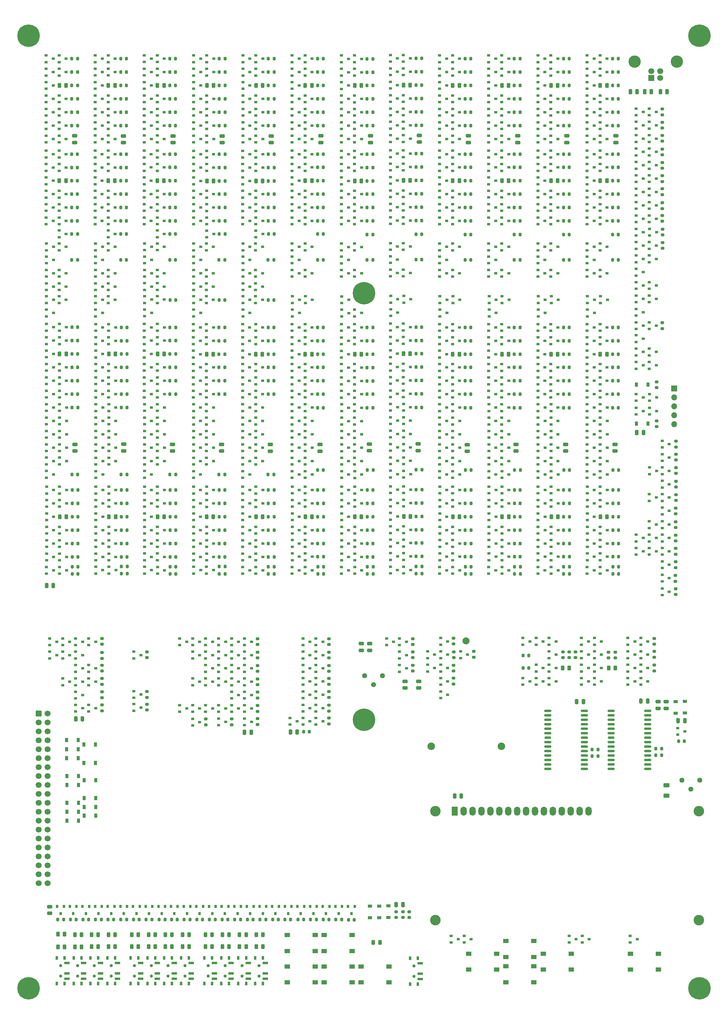
<source format=gts>
G04 #@! TF.GenerationSoftware,KiCad,Pcbnew,(6.0.8-1)-1*
G04 #@! TF.CreationDate,2022-11-09T18:22:42-06:00*
G04 #@! TF.ProjectId,q2,71322e6b-6963-4616-945f-706362585858,rev?*
G04 #@! TF.SameCoordinates,Original*
G04 #@! TF.FileFunction,Soldermask,Top*
G04 #@! TF.FilePolarity,Negative*
%FSLAX46Y46*%
G04 Gerber Fmt 4.6, Leading zero omitted, Abs format (unit mm)*
G04 Created by KiCad (PCBNEW (6.0.8-1)-1) date 2022-11-09 18:22:42*
%MOMM*%
%LPD*%
G01*
G04 APERTURE LIST*
G04 Aperture macros list*
%AMRoundRect*
0 Rectangle with rounded corners*
0 $1 Rounding radius*
0 $2 $3 $4 $5 $6 $7 $8 $9 X,Y pos of 4 corners*
0 Add a 4 corners polygon primitive as box body*
4,1,4,$2,$3,$4,$5,$6,$7,$8,$9,$2,$3,0*
0 Add four circle primitives for the rounded corners*
1,1,$1+$1,$2,$3*
1,1,$1+$1,$4,$5*
1,1,$1+$1,$6,$7*
1,1,$1+$1,$8,$9*
0 Add four rect primitives between the rounded corners*
20,1,$1+$1,$2,$3,$4,$5,0*
20,1,$1+$1,$4,$5,$6,$7,0*
20,1,$1+$1,$6,$7,$8,$9,0*
20,1,$1+$1,$8,$9,$2,$3,0*%
G04 Aperture macros list end*
%ADD10RoundRect,0.250000X-0.475000X0.250000X-0.475000X-0.250000X0.475000X-0.250000X0.475000X0.250000X0*%
%ADD11RoundRect,0.250000X-0.250000X-0.475000X0.250000X-0.475000X0.250000X0.475000X-0.250000X0.475000X0*%
%ADD12RoundRect,0.250000X0.475000X-0.250000X0.475000X0.250000X-0.475000X0.250000X-0.475000X-0.250000X0*%
%ADD13RoundRect,0.250000X0.250000X0.475000X-0.250000X0.475000X-0.250000X-0.475000X0.250000X-0.475000X0*%
%ADD14RoundRect,0.243750X-0.243750X-0.456250X0.243750X-0.456250X0.243750X0.456250X-0.243750X0.456250X0*%
%ADD15RoundRect,0.243750X0.243750X0.456250X-0.243750X0.456250X-0.243750X-0.456250X0.243750X-0.456250X0*%
%ADD16R,1.200000X0.900000*%
%ADD17R,0.900000X1.200000*%
%ADD18C,3.000000*%
%ADD19R,1.800000X2.600000*%
%ADD20O,1.800000X2.600000*%
%ADD21RoundRect,0.250000X-0.600000X-0.600000X0.600000X-0.600000X0.600000X0.600000X-0.600000X0.600000X0*%
%ADD22C,1.700000*%
%ADD23R,1.700000X1.700000*%
%ADD24C,3.500000*%
%ADD25R,0.900000X0.800000*%
%ADD26RoundRect,0.200000X0.200000X0.275000X-0.200000X0.275000X-0.200000X-0.275000X0.200000X-0.275000X0*%
%ADD27RoundRect,0.200000X-0.275000X0.200000X-0.275000X-0.200000X0.275000X-0.200000X0.275000X0.200000X0*%
%ADD28RoundRect,0.200000X0.275000X-0.200000X0.275000X0.200000X-0.275000X0.200000X-0.275000X-0.200000X0*%
%ADD29R,1.550000X1.300000*%
%ADD30C,0.800000*%
%ADD31C,6.400000*%
%ADD32C,0.900000*%
%ADD33R,0.800000X1.000000*%
%ADD34R,1.500000X0.700000*%
%ADD35R,0.800000X0.900000*%
%ADD36RoundRect,0.200000X-0.200000X-0.275000X0.200000X-0.275000X0.200000X0.275000X-0.200000X0.275000X0*%
%ADD37C,2.000000*%
%ADD38RoundRect,0.150000X-0.850000X-0.150000X0.850000X-0.150000X0.850000X0.150000X-0.850000X0.150000X0*%
%ADD39RoundRect,0.150000X-0.750000X-0.150000X0.750000X-0.150000X0.750000X0.150000X-0.750000X0.150000X0*%
%ADD40C,2.151380*%
%ADD41C,1.440000*%
%ADD42RoundRect,0.250000X0.625000X-0.312500X0.625000X0.312500X-0.625000X0.312500X-0.625000X-0.312500X0*%
%ADD43O,1.700000X1.700000*%
G04 APERTURE END LIST*
D10*
X65800000Y-66900000D03*
X65800000Y-68800000D03*
X79700000Y-66950000D03*
X79700000Y-68850000D03*
X93800000Y-66950000D03*
X93800000Y-68850000D03*
X107800000Y-66950000D03*
X107800000Y-68850000D03*
X121800000Y-66950000D03*
X121800000Y-68850000D03*
X163950000Y-66800000D03*
X163950000Y-68700000D03*
X177950000Y-66900000D03*
X177950000Y-68800000D03*
X205950000Y-66900000D03*
X205950000Y-68800000D03*
X219950000Y-66900000D03*
X219950000Y-68800000D03*
D11*
X208750000Y-227800000D03*
X210650000Y-227800000D03*
X227050000Y-227700000D03*
X228950000Y-227700000D03*
D12*
X231890000Y-229750000D03*
X231890000Y-227850000D03*
D10*
X191950000Y-66900000D03*
X191950000Y-68800000D03*
X58700000Y-286150000D03*
X58700000Y-288050000D03*
D11*
X224020000Y-54370000D03*
X225920000Y-54370000D03*
X57850000Y-194800000D03*
X59750000Y-194800000D03*
D13*
X159250000Y-285600000D03*
X157350000Y-285600000D03*
D10*
X150030000Y-66920000D03*
X150030000Y-68820000D03*
X135950000Y-66900000D03*
X135950000Y-68800000D03*
D14*
X61462500Y-52600000D03*
X63337500Y-52600000D03*
X61447440Y-79712301D03*
X63322440Y-79712301D03*
X61537440Y-128972301D03*
X63412440Y-128972301D03*
X61587440Y-175272301D03*
X63462440Y-175272301D03*
X75417440Y-52592301D03*
X77292440Y-52592301D03*
X75407440Y-79712301D03*
X77282440Y-79712301D03*
X75557440Y-128992301D03*
X77432440Y-128992301D03*
X75587500Y-175275000D03*
X77462500Y-175275000D03*
X89427440Y-128982301D03*
X91302440Y-128982301D03*
X89457500Y-175265000D03*
X91332500Y-175265000D03*
X103402500Y-129000000D03*
X105277500Y-129000000D03*
X103432560Y-175282699D03*
X105307560Y-175282699D03*
X117402500Y-129000000D03*
X119277500Y-129000000D03*
X117432560Y-175282699D03*
X119307560Y-175282699D03*
X159462500Y-52500000D03*
X161337500Y-52500000D03*
X159462500Y-128900000D03*
X161337500Y-128900000D03*
X159462500Y-79600000D03*
X161337500Y-79600000D03*
X159512500Y-175150000D03*
X161387500Y-175150000D03*
X173462500Y-52600000D03*
X175337500Y-52600000D03*
X173462500Y-129000000D03*
X175337500Y-129000000D03*
X173462500Y-79700000D03*
X175337500Y-79700000D03*
X173512500Y-175250000D03*
X175387500Y-175250000D03*
X201462500Y-52600000D03*
X203337500Y-52600000D03*
X201462500Y-129000000D03*
X203337500Y-129000000D03*
X201462500Y-79700000D03*
X203337500Y-79700000D03*
X201512500Y-175250000D03*
X203387500Y-175250000D03*
X215462500Y-52600000D03*
X217337500Y-52600000D03*
X215462500Y-129000000D03*
X217337500Y-129000000D03*
X215462500Y-79700000D03*
X217337500Y-79700000D03*
X215512500Y-175250000D03*
X217387500Y-175250000D03*
D15*
X152737500Y-296300000D03*
X150862500Y-296300000D03*
D16*
X239525000Y-227775000D03*
X239525000Y-231075000D03*
X236925000Y-227825000D03*
X236925000Y-231125000D03*
D17*
X68550000Y-250200000D03*
X71850000Y-250200000D03*
D14*
X187462500Y-52600000D03*
X189337500Y-52600000D03*
X187462500Y-129000000D03*
X189337500Y-129000000D03*
X187462500Y-79700000D03*
X189337500Y-79700000D03*
X187512500Y-175250000D03*
X189387500Y-175250000D03*
D17*
X225750000Y-148800000D03*
X229050000Y-148800000D03*
D14*
X145542500Y-52620000D03*
X147417500Y-52620000D03*
X145542500Y-129020000D03*
X147417500Y-129020000D03*
X145542500Y-79720000D03*
X147417500Y-79720000D03*
X145592500Y-175270000D03*
X147467500Y-175270000D03*
X131462500Y-52600000D03*
X133337500Y-52600000D03*
X131462500Y-129000000D03*
X133337500Y-129000000D03*
X131462500Y-79700000D03*
X133337500Y-79700000D03*
X131512500Y-175250000D03*
X133387500Y-175250000D03*
D18*
X168500900Y-290000700D03*
X168500900Y-259000000D03*
X243499480Y-290000700D03*
X243500000Y-259000000D03*
D19*
X174000000Y-259000000D03*
D20*
X176540000Y-259000000D03*
X179080000Y-259000000D03*
X181620000Y-259000000D03*
X184160000Y-259000000D03*
X186700000Y-259000000D03*
X189240000Y-259000000D03*
X191780000Y-259000000D03*
X194320000Y-259000000D03*
X196860000Y-259000000D03*
X199400000Y-259000000D03*
X201940000Y-259000000D03*
X204480000Y-259000000D03*
X207020000Y-259000000D03*
X209560000Y-259000000D03*
X212100000Y-259000000D03*
D21*
X55600000Y-231200000D03*
D22*
X58140000Y-231200000D03*
X55600000Y-233740000D03*
X58140000Y-233740000D03*
X55600000Y-236280000D03*
X58140000Y-236280000D03*
X55600000Y-238820000D03*
X58140000Y-238820000D03*
X55600000Y-241360000D03*
X58140000Y-241360000D03*
X55600000Y-243900000D03*
X58140000Y-243900000D03*
X55600000Y-246440000D03*
X58140000Y-246440000D03*
X55600000Y-248980000D03*
X58140000Y-248980000D03*
X55600000Y-251520000D03*
X58140000Y-251520000D03*
X55600000Y-254060000D03*
X58140000Y-254060000D03*
X55600000Y-256600000D03*
X58140000Y-256600000D03*
X55600000Y-259140000D03*
X58140000Y-259140000D03*
X55600000Y-261680000D03*
X58140000Y-261680000D03*
X55600000Y-264220000D03*
X58140000Y-264220000D03*
X55600000Y-266760000D03*
X58140000Y-266760000D03*
X55600000Y-269300000D03*
X58140000Y-269300000D03*
X55600000Y-271840000D03*
X58140000Y-271840000D03*
X55600000Y-274380000D03*
X58140000Y-274380000D03*
X55600000Y-276920000D03*
X58140000Y-276920000D03*
X55600000Y-279460000D03*
X58140000Y-279460000D03*
D23*
X230000000Y-50500000D03*
D22*
X232500000Y-50500000D03*
X232500000Y-48500000D03*
X230000000Y-48500000D03*
D24*
X225230000Y-45790000D03*
X237270000Y-45790000D03*
D25*
X61500000Y-189550000D03*
X61500000Y-191450000D03*
X63500000Y-190500000D03*
X57800000Y-189550000D03*
X57800000Y-191450000D03*
X59800000Y-190500000D03*
X61400000Y-66850000D03*
X61400000Y-68750000D03*
X63400000Y-67800000D03*
X57700000Y-66850000D03*
X57700000Y-68750000D03*
X59700000Y-67800000D03*
X61400000Y-44050000D03*
X61400000Y-45950000D03*
X63400000Y-45000000D03*
X61400000Y-55450000D03*
X61400000Y-57350000D03*
X63400000Y-56400000D03*
X57700000Y-55450000D03*
X57700000Y-57350000D03*
X59700000Y-56400000D03*
X57700000Y-44050000D03*
X57700000Y-45950000D03*
X59700000Y-45000000D03*
X61400000Y-47850000D03*
X61400000Y-49750000D03*
X63400000Y-48800000D03*
X61400000Y-59250000D03*
X61400000Y-61150000D03*
X63400000Y-60200000D03*
X57700000Y-51650000D03*
X57700000Y-53550000D03*
X59700000Y-52600000D03*
X57700000Y-47850000D03*
X57700000Y-49750000D03*
X59700000Y-48800000D03*
X57700000Y-59250000D03*
X57700000Y-61150000D03*
X59700000Y-60200000D03*
X61400000Y-63050000D03*
X61400000Y-64950000D03*
X63400000Y-64000000D03*
X57700000Y-63050000D03*
X57700000Y-64950000D03*
X59700000Y-64000000D03*
X61400000Y-112550000D03*
X61400000Y-114450000D03*
X63400000Y-113500000D03*
X61400000Y-93850000D03*
X61400000Y-95750000D03*
X63400000Y-94800000D03*
X61400000Y-108850000D03*
X61400000Y-110750000D03*
X63400000Y-109800000D03*
X61400000Y-105050000D03*
X61400000Y-106950000D03*
X63400000Y-106000000D03*
X61400000Y-97550000D03*
X61400000Y-99450000D03*
X63400000Y-98500000D03*
X57800000Y-112550000D03*
X57800000Y-114450000D03*
X59800000Y-113500000D03*
X57800000Y-108850000D03*
X57800000Y-110750000D03*
X59800000Y-109800000D03*
X57800000Y-105050000D03*
X57800000Y-106950000D03*
X59800000Y-106000000D03*
X57800000Y-97550000D03*
X57800000Y-99450000D03*
X59800000Y-98500000D03*
X57800000Y-116350000D03*
X57800000Y-118250000D03*
X59800000Y-117300000D03*
X57800000Y-101250000D03*
X57800000Y-103150000D03*
X59800000Y-102200000D03*
X61384940Y-71162301D03*
X61384940Y-73062301D03*
X63384940Y-72112301D03*
X61384940Y-82562301D03*
X61384940Y-84462301D03*
X63384940Y-83512301D03*
X57684940Y-82562301D03*
X57684940Y-84462301D03*
X59684940Y-83512301D03*
X57684940Y-71162301D03*
X57684940Y-73062301D03*
X59684940Y-72112301D03*
X61384940Y-74962301D03*
X61384940Y-76862301D03*
X63384940Y-75912301D03*
X61384940Y-86362301D03*
X61384940Y-88262301D03*
X63384940Y-87312301D03*
X57684940Y-78762301D03*
X57684940Y-80662301D03*
X59684940Y-79712301D03*
X57684940Y-74962301D03*
X57684940Y-76862301D03*
X59684940Y-75912301D03*
X57684940Y-86362301D03*
X57684940Y-88262301D03*
X59684940Y-87312301D03*
X61384940Y-90162301D03*
X61384940Y-92062301D03*
X63384940Y-91112301D03*
X57684940Y-90162301D03*
X57684940Y-92062301D03*
X59684940Y-91112301D03*
X61500000Y-143250000D03*
X61500000Y-145150000D03*
X63500000Y-144200000D03*
X57800000Y-143250000D03*
X57800000Y-145150000D03*
X59800000Y-144200000D03*
X61500000Y-154650000D03*
X61500000Y-156550000D03*
X63500000Y-155600000D03*
X61500000Y-158450000D03*
X61500000Y-160350000D03*
X63500000Y-159400000D03*
X61500000Y-150850000D03*
X61500000Y-152750000D03*
X63500000Y-151800000D03*
X61500000Y-147050000D03*
X61500000Y-148950000D03*
X63500000Y-148000000D03*
X57800000Y-158450000D03*
X57800000Y-160350000D03*
X59800000Y-159400000D03*
X57800000Y-154650000D03*
X57800000Y-156550000D03*
X59800000Y-155600000D03*
X57800000Y-150850000D03*
X57800000Y-152750000D03*
X59800000Y-151800000D03*
X57800000Y-147050000D03*
X57800000Y-148950000D03*
X59800000Y-148000000D03*
X57800000Y-162250000D03*
X57800000Y-164150000D03*
X59800000Y-163200000D03*
X61474940Y-120422301D03*
X61474940Y-122322301D03*
X63474940Y-121372301D03*
X61474940Y-131822301D03*
X61474940Y-133722301D03*
X63474940Y-132772301D03*
X57774940Y-131822301D03*
X57774940Y-133722301D03*
X59774940Y-132772301D03*
X57774940Y-120422301D03*
X57774940Y-122322301D03*
X59774940Y-121372301D03*
X61474940Y-124222301D03*
X61474940Y-126122301D03*
X63474940Y-125172301D03*
X61474940Y-135622301D03*
X61474940Y-137522301D03*
X63474940Y-136572301D03*
X57774940Y-128022301D03*
X57774940Y-129922301D03*
X59774940Y-128972301D03*
X57774940Y-124222301D03*
X57774940Y-126122301D03*
X59774940Y-125172301D03*
X57774940Y-135622301D03*
X57774940Y-137522301D03*
X59774940Y-136572301D03*
X61474940Y-139422301D03*
X61474940Y-141322301D03*
X63474940Y-140372301D03*
X57774940Y-139422301D03*
X57774940Y-141322301D03*
X59774940Y-140372301D03*
X61524940Y-166722301D03*
X61524940Y-168622301D03*
X63524940Y-167672301D03*
X61524940Y-178122301D03*
X61524940Y-180022301D03*
X63524940Y-179072301D03*
X57824940Y-166722301D03*
X57824940Y-168622301D03*
X59824940Y-167672301D03*
X61524940Y-170522301D03*
X61524940Y-172422301D03*
X63524940Y-171472301D03*
X61524940Y-181922301D03*
X61524940Y-183822301D03*
X63524940Y-182872301D03*
X57824940Y-174322301D03*
X57824940Y-176222301D03*
X59824940Y-175272301D03*
X57824940Y-170522301D03*
X57824940Y-172422301D03*
X59824940Y-171472301D03*
X57824940Y-181922301D03*
X57824940Y-183822301D03*
X59824940Y-182872301D03*
X61524940Y-185722301D03*
X61524940Y-187622301D03*
X63524940Y-186672301D03*
X57824940Y-185722301D03*
X57824940Y-187622301D03*
X59824940Y-186672301D03*
X75550000Y-189500000D03*
X75550000Y-191400000D03*
X77550000Y-190450000D03*
X71800000Y-189500000D03*
X71800000Y-191400000D03*
X73800000Y-190450000D03*
X71654940Y-66842301D03*
X71654940Y-68742301D03*
X73654940Y-67792301D03*
X75354940Y-44042301D03*
X75354940Y-45942301D03*
X77354940Y-44992301D03*
X75354940Y-55442301D03*
X75354940Y-57342301D03*
X77354940Y-56392301D03*
X71654940Y-55442301D03*
X71654940Y-57342301D03*
X73654940Y-56392301D03*
X71654940Y-44042301D03*
X71654940Y-45942301D03*
X73654940Y-44992301D03*
X75354940Y-47842301D03*
X75354940Y-49742301D03*
X77354940Y-48792301D03*
X75354940Y-59242301D03*
X75354940Y-61142301D03*
X77354940Y-60192301D03*
X71654940Y-51642301D03*
X71654940Y-53542301D03*
X73654940Y-52592301D03*
X71654940Y-47842301D03*
X71654940Y-49742301D03*
X73654940Y-48792301D03*
X71654940Y-59242301D03*
X71654940Y-61142301D03*
X73654940Y-60192301D03*
X75354940Y-63042301D03*
X75354940Y-64942301D03*
X77354940Y-63992301D03*
X71654940Y-63042301D03*
X71654940Y-64942301D03*
X73654940Y-63992301D03*
X75360000Y-112550000D03*
X75360000Y-114450000D03*
X77360000Y-113500000D03*
X75360000Y-93850000D03*
X75360000Y-95750000D03*
X77360000Y-94800000D03*
X75360000Y-108850000D03*
X75360000Y-110750000D03*
X77360000Y-109800000D03*
X75360000Y-105050000D03*
X75360000Y-106950000D03*
X77360000Y-106000000D03*
X75360000Y-97550000D03*
X75360000Y-99450000D03*
X77360000Y-98500000D03*
X71760000Y-112550000D03*
X71760000Y-114450000D03*
X73760000Y-113500000D03*
X71760000Y-108850000D03*
X71760000Y-110750000D03*
X73760000Y-109800000D03*
X71760000Y-105050000D03*
X71760000Y-106950000D03*
X73760000Y-106000000D03*
X71760000Y-97550000D03*
X71760000Y-99450000D03*
X73760000Y-98500000D03*
X71760000Y-116350000D03*
X71760000Y-118250000D03*
X73760000Y-117300000D03*
X71760000Y-101250000D03*
X71760000Y-103150000D03*
X73760000Y-102200000D03*
X75344940Y-71162301D03*
X75344940Y-73062301D03*
X77344940Y-72112301D03*
X75344940Y-82562301D03*
X75344940Y-84462301D03*
X77344940Y-83512301D03*
X71644940Y-82562301D03*
X71644940Y-84462301D03*
X73644940Y-83512301D03*
X71644940Y-71162301D03*
X71644940Y-73062301D03*
X73644940Y-72112301D03*
X75344940Y-74962301D03*
X75344940Y-76862301D03*
X77344940Y-75912301D03*
X75344940Y-86362301D03*
X75344940Y-88262301D03*
X77344940Y-87312301D03*
X71644940Y-78762301D03*
X71644940Y-80662301D03*
X73644940Y-79712301D03*
X71644940Y-74962301D03*
X71644940Y-76862301D03*
X73644940Y-75912301D03*
X71644940Y-86362301D03*
X71644940Y-88262301D03*
X73644940Y-87312301D03*
X75344940Y-90162301D03*
X75344940Y-92062301D03*
X77344940Y-91112301D03*
X71644940Y-90162301D03*
X71644940Y-92062301D03*
X73644940Y-91112301D03*
X75520000Y-143270000D03*
X75520000Y-145170000D03*
X77520000Y-144220000D03*
X71820000Y-143270000D03*
X71820000Y-145170000D03*
X73820000Y-144220000D03*
X75520000Y-154670000D03*
X75520000Y-156570000D03*
X77520000Y-155620000D03*
X75520000Y-158470000D03*
X75520000Y-160370000D03*
X77520000Y-159420000D03*
X75520000Y-150870000D03*
X75520000Y-152770000D03*
X77520000Y-151820000D03*
X75520000Y-147070000D03*
X75520000Y-148970000D03*
X77520000Y-148020000D03*
X71820000Y-158470000D03*
X71820000Y-160370000D03*
X73820000Y-159420000D03*
X71820000Y-154670000D03*
X71820000Y-156570000D03*
X73820000Y-155620000D03*
X71820000Y-150870000D03*
X71820000Y-152770000D03*
X73820000Y-151820000D03*
X71820000Y-147070000D03*
X71820000Y-148970000D03*
X73820000Y-148020000D03*
X71820000Y-162270000D03*
X71820000Y-164170000D03*
X73820000Y-163220000D03*
X75494940Y-120442301D03*
X75494940Y-122342301D03*
X77494940Y-121392301D03*
X75494940Y-131842301D03*
X75494940Y-133742301D03*
X77494940Y-132792301D03*
X71794940Y-131842301D03*
X71794940Y-133742301D03*
X73794940Y-132792301D03*
X71794940Y-120442301D03*
X71794940Y-122342301D03*
X73794940Y-121392301D03*
X75494940Y-124242301D03*
X75494940Y-126142301D03*
X77494940Y-125192301D03*
X75494940Y-135642301D03*
X75494940Y-137542301D03*
X77494940Y-136592301D03*
X71794940Y-128042301D03*
X71794940Y-129942301D03*
X73794940Y-128992301D03*
X71794940Y-124242301D03*
X71794940Y-126142301D03*
X73794940Y-125192301D03*
X71794940Y-135642301D03*
X71794940Y-137542301D03*
X73794940Y-136592301D03*
X75494940Y-139442301D03*
X75494940Y-141342301D03*
X77494940Y-140392301D03*
X71794940Y-139442301D03*
X71794940Y-141342301D03*
X73794940Y-140392301D03*
X75525000Y-166725000D03*
X75525000Y-168625000D03*
X77525000Y-167675000D03*
X75525000Y-178125000D03*
X75525000Y-180025000D03*
X77525000Y-179075000D03*
X71825000Y-178125000D03*
X71825000Y-180025000D03*
X73825000Y-179075000D03*
X71825000Y-166725000D03*
X71825000Y-168625000D03*
X73825000Y-167675000D03*
X75525000Y-170525000D03*
X75525000Y-172425000D03*
X77525000Y-171475000D03*
X75525000Y-181925000D03*
X75525000Y-183825000D03*
X77525000Y-182875000D03*
X71825000Y-174325000D03*
X71825000Y-176225000D03*
X73825000Y-175275000D03*
X71825000Y-170525000D03*
X71825000Y-172425000D03*
X73825000Y-171475000D03*
X71825000Y-181925000D03*
X71825000Y-183825000D03*
X73825000Y-182875000D03*
X75525000Y-185725000D03*
X75525000Y-187625000D03*
X77525000Y-186675000D03*
X71825000Y-185725000D03*
X71825000Y-187625000D03*
X73825000Y-186675000D03*
X89400000Y-189550000D03*
X89400000Y-191450000D03*
X91400000Y-190500000D03*
X85700000Y-189500000D03*
X85700000Y-191400000D03*
X87700000Y-190450000D03*
X89390000Y-143260000D03*
X89390000Y-145160000D03*
X91390000Y-144210000D03*
X85690000Y-143260000D03*
X85690000Y-145160000D03*
X87690000Y-144210000D03*
X89390000Y-154660000D03*
X89390000Y-156560000D03*
X91390000Y-155610000D03*
X89390000Y-158460000D03*
X89390000Y-160360000D03*
X91390000Y-159410000D03*
X89390000Y-150860000D03*
X89390000Y-152760000D03*
X91390000Y-151810000D03*
X89390000Y-147060000D03*
X89390000Y-148960000D03*
X91390000Y-148010000D03*
X85690000Y-158460000D03*
X85690000Y-160360000D03*
X87690000Y-159410000D03*
X85690000Y-154660000D03*
X85690000Y-156560000D03*
X87690000Y-155610000D03*
X85690000Y-150860000D03*
X85690000Y-152760000D03*
X87690000Y-151810000D03*
X85690000Y-147060000D03*
X85690000Y-148960000D03*
X87690000Y-148010000D03*
X85690000Y-162260000D03*
X85690000Y-164160000D03*
X87690000Y-163210000D03*
X89364940Y-120432301D03*
X89364940Y-122332301D03*
X91364940Y-121382301D03*
X89364940Y-131832301D03*
X89364940Y-133732301D03*
X91364940Y-132782301D03*
X85664940Y-131832301D03*
X85664940Y-133732301D03*
X87664940Y-132782301D03*
X85664940Y-120432301D03*
X85664940Y-122332301D03*
X87664940Y-121382301D03*
X89364940Y-124232301D03*
X89364940Y-126132301D03*
X91364940Y-125182301D03*
X89364940Y-135632301D03*
X89364940Y-137532301D03*
X91364940Y-136582301D03*
X85664940Y-128032301D03*
X85664940Y-129932301D03*
X87664940Y-128982301D03*
X85664940Y-124232301D03*
X85664940Y-126132301D03*
X87664940Y-125182301D03*
X85664940Y-135632301D03*
X85664940Y-137532301D03*
X87664940Y-136582301D03*
X89364940Y-139432301D03*
X89364940Y-141332301D03*
X91364940Y-140382301D03*
X85664940Y-139432301D03*
X85664940Y-141332301D03*
X87664940Y-140382301D03*
X89395000Y-166715000D03*
X89395000Y-168615000D03*
X91395000Y-167665000D03*
X89395000Y-178115000D03*
X89395000Y-180015000D03*
X91395000Y-179065000D03*
X85695000Y-178115000D03*
X85695000Y-180015000D03*
X87695000Y-179065000D03*
X85695000Y-166715000D03*
X85695000Y-168615000D03*
X87695000Y-167665000D03*
X89395000Y-170515000D03*
X89395000Y-172415000D03*
X91395000Y-171465000D03*
X89395000Y-181915000D03*
X89395000Y-183815000D03*
X91395000Y-182865000D03*
X85695000Y-174315000D03*
X85695000Y-176215000D03*
X87695000Y-175265000D03*
X85695000Y-170515000D03*
X85695000Y-172415000D03*
X87695000Y-171465000D03*
X85695000Y-181915000D03*
X85695000Y-183815000D03*
X87695000Y-182865000D03*
X89395000Y-185715000D03*
X89395000Y-187615000D03*
X91395000Y-186665000D03*
X85695000Y-185715000D03*
X85695000Y-187615000D03*
X87695000Y-186665000D03*
X103350000Y-189500000D03*
X103350000Y-191400000D03*
X105350000Y-190450000D03*
X99700000Y-189500000D03*
X99700000Y-191400000D03*
X101700000Y-190450000D03*
X103365060Y-143277699D03*
X103365060Y-145177699D03*
X105365060Y-144227699D03*
X99665060Y-143277699D03*
X99665060Y-145177699D03*
X101665060Y-144227699D03*
X103365060Y-154677699D03*
X103365060Y-156577699D03*
X105365060Y-155627699D03*
X103365060Y-158477699D03*
X103365060Y-160377699D03*
X105365060Y-159427699D03*
X103365060Y-150877699D03*
X103365060Y-152777699D03*
X105365060Y-151827699D03*
X103365060Y-147077699D03*
X103365060Y-148977699D03*
X105365060Y-148027699D03*
X99665060Y-158477699D03*
X99665060Y-160377699D03*
X101665060Y-159427699D03*
X99665060Y-154677699D03*
X99665060Y-156577699D03*
X101665060Y-155627699D03*
X99665060Y-150877699D03*
X99665060Y-152777699D03*
X101665060Y-151827699D03*
X99665060Y-147077699D03*
X99665060Y-148977699D03*
X101665060Y-148027699D03*
X99665060Y-162277699D03*
X99665060Y-164177699D03*
X101665060Y-163227699D03*
X103340000Y-120450000D03*
X103340000Y-122350000D03*
X105340000Y-121400000D03*
X103340000Y-131850000D03*
X103340000Y-133750000D03*
X105340000Y-132800000D03*
X99640000Y-131850000D03*
X99640000Y-133750000D03*
X101640000Y-132800000D03*
X99640000Y-120450000D03*
X99640000Y-122350000D03*
X101640000Y-121400000D03*
X103340000Y-124250000D03*
X103340000Y-126150000D03*
X105340000Y-125200000D03*
X103340000Y-135650000D03*
X103340000Y-137550000D03*
X105340000Y-136600000D03*
X99640000Y-128050000D03*
X99640000Y-129950000D03*
X101640000Y-129000000D03*
X99640000Y-124250000D03*
X99640000Y-126150000D03*
X101640000Y-125200000D03*
X99640000Y-135650000D03*
X99640000Y-137550000D03*
X101640000Y-136600000D03*
X103340000Y-139450000D03*
X103340000Y-141350000D03*
X105340000Y-140400000D03*
X99640000Y-139450000D03*
X99640000Y-141350000D03*
X101640000Y-140400000D03*
X103370060Y-166732699D03*
X103370060Y-168632699D03*
X105370060Y-167682699D03*
X103370060Y-178132699D03*
X103370060Y-180032699D03*
X105370060Y-179082699D03*
X99670060Y-178132699D03*
X99670060Y-180032699D03*
X101670060Y-179082699D03*
X99670060Y-166732699D03*
X99670060Y-168632699D03*
X101670060Y-167682699D03*
X103370060Y-170532699D03*
X103370060Y-172432699D03*
X105370060Y-171482699D03*
X103370060Y-181932699D03*
X103370060Y-183832699D03*
X105370060Y-182882699D03*
X99670060Y-174332699D03*
X99670060Y-176232699D03*
X101670060Y-175282699D03*
X99670060Y-170532699D03*
X99670060Y-172432699D03*
X101670060Y-171482699D03*
X99670060Y-181932699D03*
X99670060Y-183832699D03*
X101670060Y-182882699D03*
X103370060Y-185732699D03*
X103370060Y-187632699D03*
X105370060Y-186682699D03*
X99670060Y-185732699D03*
X99670060Y-187632699D03*
X101670060Y-186682699D03*
X117400000Y-189550000D03*
X117400000Y-191450000D03*
X119400000Y-190500000D03*
X113650000Y-189550000D03*
X113650000Y-191450000D03*
X115650000Y-190500000D03*
X117365060Y-143277699D03*
X117365060Y-145177699D03*
X119365060Y-144227699D03*
X113665060Y-143277699D03*
X113665060Y-145177699D03*
X115665060Y-144227699D03*
X117365060Y-154677699D03*
X117365060Y-156577699D03*
X119365060Y-155627699D03*
X117365060Y-158477699D03*
X117365060Y-160377699D03*
X119365060Y-159427699D03*
X117365060Y-150877699D03*
X117365060Y-152777699D03*
X119365060Y-151827699D03*
X117365060Y-147077699D03*
X117365060Y-148977699D03*
X119365060Y-148027699D03*
X113665060Y-158477699D03*
X113665060Y-160377699D03*
X115665060Y-159427699D03*
X113665060Y-154677699D03*
X113665060Y-156577699D03*
X115665060Y-155627699D03*
X113665060Y-150877699D03*
X113665060Y-152777699D03*
X115665060Y-151827699D03*
X113665060Y-147077699D03*
X113665060Y-148977699D03*
X115665060Y-148027699D03*
X113665060Y-162277699D03*
X113665060Y-164177699D03*
X115665060Y-163227699D03*
X117340000Y-120450000D03*
X117340000Y-122350000D03*
X119340000Y-121400000D03*
X117340000Y-131850000D03*
X117340000Y-133750000D03*
X119340000Y-132800000D03*
X113640000Y-131850000D03*
X113640000Y-133750000D03*
X115640000Y-132800000D03*
X113640000Y-120450000D03*
X113640000Y-122350000D03*
X115640000Y-121400000D03*
X117340000Y-124250000D03*
X117340000Y-126150000D03*
X119340000Y-125200000D03*
X117340000Y-135650000D03*
X117340000Y-137550000D03*
X119340000Y-136600000D03*
X113640000Y-128050000D03*
X113640000Y-129950000D03*
X115640000Y-129000000D03*
X113640000Y-124250000D03*
X113640000Y-126150000D03*
X115640000Y-125200000D03*
X113640000Y-135650000D03*
X113640000Y-137550000D03*
X115640000Y-136600000D03*
X117340000Y-139450000D03*
X117340000Y-141350000D03*
X119340000Y-140400000D03*
X113640000Y-139450000D03*
X113640000Y-141350000D03*
X115640000Y-140400000D03*
X117370060Y-166732699D03*
X117370060Y-168632699D03*
X119370060Y-167682699D03*
X117370060Y-178132699D03*
X117370060Y-180032699D03*
X119370060Y-179082699D03*
X113670060Y-178132699D03*
X113670060Y-180032699D03*
X115670060Y-179082699D03*
X113670060Y-166732699D03*
X113670060Y-168632699D03*
X115670060Y-167682699D03*
X117370060Y-170532699D03*
X117370060Y-172432699D03*
X119370060Y-171482699D03*
X117370060Y-181932699D03*
X117370060Y-183832699D03*
X119370060Y-182882699D03*
X113670060Y-174332699D03*
X113670060Y-176232699D03*
X115670060Y-175282699D03*
X113670060Y-170532699D03*
X113670060Y-172432699D03*
X115670060Y-171482699D03*
X113670060Y-181932699D03*
X113670060Y-183832699D03*
X115670060Y-182882699D03*
X117370060Y-185732699D03*
X117370060Y-187632699D03*
X119370060Y-186682699D03*
X113670060Y-185732699D03*
X113670060Y-187632699D03*
X115670060Y-186682699D03*
X159450000Y-189450000D03*
X159450000Y-191350000D03*
X161450000Y-190400000D03*
X155700000Y-189450000D03*
X155700000Y-191350000D03*
X157700000Y-190400000D03*
X159450000Y-162200000D03*
X159450000Y-164100000D03*
X161450000Y-163150000D03*
X159400000Y-66750000D03*
X159400000Y-68650000D03*
X161400000Y-67700000D03*
X155700000Y-66750000D03*
X155700000Y-68650000D03*
X157700000Y-67700000D03*
X159400000Y-43950000D03*
X159400000Y-45850000D03*
X161400000Y-44900000D03*
X159400000Y-55350000D03*
X159400000Y-57250000D03*
X161400000Y-56300000D03*
X155700000Y-55350000D03*
X155700000Y-57250000D03*
X157700000Y-56300000D03*
X159400000Y-47750000D03*
X159400000Y-49650000D03*
X161400000Y-48700000D03*
X159400000Y-59150000D03*
X159400000Y-61050000D03*
X161400000Y-60100000D03*
X155700000Y-51550000D03*
X155700000Y-53450000D03*
X157700000Y-52500000D03*
X155700000Y-47750000D03*
X155700000Y-49650000D03*
X157700000Y-48700000D03*
X155700000Y-59150000D03*
X155700000Y-61050000D03*
X157700000Y-60100000D03*
X159400000Y-62950000D03*
X159400000Y-64850000D03*
X161400000Y-63900000D03*
X155700000Y-62950000D03*
X155700000Y-64850000D03*
X157700000Y-63900000D03*
X159425060Y-143177699D03*
X159425060Y-145077699D03*
X161425060Y-144127699D03*
X155725060Y-143177699D03*
X155725060Y-145077699D03*
X157725060Y-144127699D03*
X159425060Y-154577699D03*
X159425060Y-156477699D03*
X161425060Y-155527699D03*
X159425060Y-158377699D03*
X159425060Y-160277699D03*
X161425060Y-159327699D03*
X159425060Y-150777699D03*
X159425060Y-152677699D03*
X161425060Y-151727699D03*
X159425060Y-146977699D03*
X159425060Y-148877699D03*
X161425060Y-147927699D03*
X155725060Y-158377699D03*
X155725060Y-160277699D03*
X157725060Y-159327699D03*
X155725060Y-154577699D03*
X155725060Y-156477699D03*
X157725060Y-155527699D03*
X155725060Y-150777699D03*
X155725060Y-152677699D03*
X157725060Y-151727699D03*
X155725060Y-146977699D03*
X155725060Y-148877699D03*
X157725060Y-147927699D03*
X155725060Y-162177699D03*
X155725060Y-164077699D03*
X157725060Y-163127699D03*
X159400000Y-120350000D03*
X159400000Y-122250000D03*
X161400000Y-121300000D03*
X159400000Y-131750000D03*
X159400000Y-133650000D03*
X161400000Y-132700000D03*
X155700000Y-131750000D03*
X155700000Y-133650000D03*
X157700000Y-132700000D03*
X155700000Y-120350000D03*
X155700000Y-122250000D03*
X157700000Y-121300000D03*
X159400000Y-124150000D03*
X159400000Y-126050000D03*
X161400000Y-125100000D03*
X159400000Y-135550000D03*
X159400000Y-137450000D03*
X161400000Y-136500000D03*
X155700000Y-127950000D03*
X155700000Y-129850000D03*
X157700000Y-128900000D03*
X155700000Y-124150000D03*
X155700000Y-126050000D03*
X157700000Y-125100000D03*
X155700000Y-135550000D03*
X155700000Y-137450000D03*
X157700000Y-136500000D03*
X159400000Y-139350000D03*
X159400000Y-141250000D03*
X161400000Y-140300000D03*
X155700000Y-139350000D03*
X155700000Y-141250000D03*
X157700000Y-140300000D03*
X159500000Y-112450000D03*
X159500000Y-114350000D03*
X161500000Y-113400000D03*
X159400000Y-104950000D03*
X159400000Y-106850000D03*
X161400000Y-105900000D03*
X159400000Y-97450000D03*
X159400000Y-99350000D03*
X161400000Y-98400000D03*
X155800000Y-112450000D03*
X155800000Y-114350000D03*
X157800000Y-113400000D03*
X155700000Y-104950000D03*
X155700000Y-106850000D03*
X157700000Y-105900000D03*
X155700000Y-97450000D03*
X155700000Y-99350000D03*
X157700000Y-98400000D03*
X155800000Y-116250000D03*
X155800000Y-118150000D03*
X157800000Y-117200000D03*
X155700000Y-101150000D03*
X155700000Y-103050000D03*
X157700000Y-102100000D03*
X159400000Y-71050000D03*
X159400000Y-72950000D03*
X161400000Y-72000000D03*
X159400000Y-82450000D03*
X159400000Y-84350000D03*
X161400000Y-83400000D03*
X155700000Y-82450000D03*
X155700000Y-84350000D03*
X157700000Y-83400000D03*
X155700000Y-71050000D03*
X155700000Y-72950000D03*
X157700000Y-72000000D03*
X159400000Y-74850000D03*
X159400000Y-76750000D03*
X161400000Y-75800000D03*
X159400000Y-86250000D03*
X159400000Y-88150000D03*
X161400000Y-87200000D03*
X155700000Y-78650000D03*
X155700000Y-80550000D03*
X157700000Y-79600000D03*
X155700000Y-74850000D03*
X155700000Y-76750000D03*
X157700000Y-75800000D03*
X155700000Y-86250000D03*
X155700000Y-88150000D03*
X157700000Y-87200000D03*
X159400000Y-90050000D03*
X159400000Y-91950000D03*
X161400000Y-91000000D03*
X155700000Y-90050000D03*
X155700000Y-91950000D03*
X157700000Y-91000000D03*
X159450000Y-166600000D03*
X159450000Y-168500000D03*
X161450000Y-167550000D03*
X159450000Y-178000000D03*
X159450000Y-179900000D03*
X161450000Y-178950000D03*
X155750000Y-178000000D03*
X155750000Y-179900000D03*
X157750000Y-178950000D03*
X155750000Y-166600000D03*
X155750000Y-168500000D03*
X157750000Y-167550000D03*
X159450000Y-170400000D03*
X159450000Y-172300000D03*
X161450000Y-171350000D03*
X159450000Y-181800000D03*
X159450000Y-183700000D03*
X161450000Y-182750000D03*
X155750000Y-174200000D03*
X155750000Y-176100000D03*
X157750000Y-175150000D03*
X155750000Y-170400000D03*
X155750000Y-172300000D03*
X157750000Y-171350000D03*
X155750000Y-181800000D03*
X155750000Y-183700000D03*
X157750000Y-182750000D03*
X159450000Y-185600000D03*
X159450000Y-187500000D03*
X161450000Y-186550000D03*
X155750000Y-185600000D03*
X155750000Y-187500000D03*
X157750000Y-186550000D03*
X173450000Y-189550000D03*
X173450000Y-191450000D03*
X175450000Y-190500000D03*
X169700000Y-189550000D03*
X169700000Y-191450000D03*
X171700000Y-190500000D03*
X173450000Y-162300000D03*
X173450000Y-164200000D03*
X175450000Y-163250000D03*
X173400000Y-66850000D03*
X173400000Y-68750000D03*
X175400000Y-67800000D03*
X169700000Y-66850000D03*
X169700000Y-68750000D03*
X171700000Y-67800000D03*
X173400000Y-44050000D03*
X173400000Y-45950000D03*
X175400000Y-45000000D03*
X173400000Y-55450000D03*
X173400000Y-57350000D03*
X175400000Y-56400000D03*
X169700000Y-55450000D03*
X169700000Y-57350000D03*
X171700000Y-56400000D03*
X169700000Y-44050000D03*
X169700000Y-45950000D03*
X171700000Y-45000000D03*
X173400000Y-47850000D03*
X173400000Y-49750000D03*
X175400000Y-48800000D03*
X173400000Y-59250000D03*
X173400000Y-61150000D03*
X175400000Y-60200000D03*
X169700000Y-51650000D03*
X169700000Y-53550000D03*
X171700000Y-52600000D03*
X169700000Y-47850000D03*
X169700000Y-49750000D03*
X171700000Y-48800000D03*
X169700000Y-59250000D03*
X169700000Y-61150000D03*
X171700000Y-60200000D03*
X173400000Y-63050000D03*
X173400000Y-64950000D03*
X175400000Y-64000000D03*
X169700000Y-63050000D03*
X169700000Y-64950000D03*
X171700000Y-64000000D03*
X173425060Y-143277699D03*
X173425060Y-145177699D03*
X175425060Y-144227699D03*
X169725060Y-143277699D03*
X169725060Y-145177699D03*
X171725060Y-144227699D03*
X173425060Y-154677699D03*
X173425060Y-156577699D03*
X175425060Y-155627699D03*
X173425060Y-158477699D03*
X173425060Y-160377699D03*
X175425060Y-159427699D03*
X173425060Y-150877699D03*
X173425060Y-152777699D03*
X175425060Y-151827699D03*
X173425060Y-147077699D03*
X173425060Y-148977699D03*
X175425060Y-148027699D03*
X169725060Y-158477699D03*
X169725060Y-160377699D03*
X171725060Y-159427699D03*
X169725060Y-154677699D03*
X169725060Y-156577699D03*
X171725060Y-155627699D03*
X169725060Y-150877699D03*
X169725060Y-152777699D03*
X171725060Y-151827699D03*
X169725060Y-147077699D03*
X169725060Y-148977699D03*
X171725060Y-148027699D03*
X169725060Y-162277699D03*
X169725060Y-164177699D03*
X171725060Y-163227699D03*
X173400000Y-120450000D03*
X173400000Y-122350000D03*
X175400000Y-121400000D03*
X173400000Y-131850000D03*
X173400000Y-133750000D03*
X175400000Y-132800000D03*
X169700000Y-131850000D03*
X169700000Y-133750000D03*
X171700000Y-132800000D03*
X169700000Y-120450000D03*
X169700000Y-122350000D03*
X171700000Y-121400000D03*
X173400000Y-124250000D03*
X173400000Y-126150000D03*
X175400000Y-125200000D03*
X173400000Y-135650000D03*
X173400000Y-137550000D03*
X175400000Y-136600000D03*
X169700000Y-128050000D03*
X169700000Y-129950000D03*
X171700000Y-129000000D03*
X169700000Y-124250000D03*
X169700000Y-126150000D03*
X171700000Y-125200000D03*
X169700000Y-135650000D03*
X169700000Y-137550000D03*
X171700000Y-136600000D03*
X173400000Y-139450000D03*
X173400000Y-141350000D03*
X175400000Y-140400000D03*
X169700000Y-139450000D03*
X169700000Y-141350000D03*
X171700000Y-140400000D03*
X173500000Y-112550000D03*
X173500000Y-114450000D03*
X175500000Y-113500000D03*
X173400000Y-105050000D03*
X173400000Y-106950000D03*
X175400000Y-106000000D03*
X173400000Y-97550000D03*
X173400000Y-99450000D03*
X175400000Y-98500000D03*
X169800000Y-112550000D03*
X169800000Y-114450000D03*
X171800000Y-113500000D03*
X169700000Y-105050000D03*
X169700000Y-106950000D03*
X171700000Y-106000000D03*
X169700000Y-97550000D03*
X169700000Y-99450000D03*
X171700000Y-98500000D03*
X169800000Y-116350000D03*
X169800000Y-118250000D03*
X171800000Y-117300000D03*
X169700000Y-101250000D03*
X169700000Y-103150000D03*
X171700000Y-102200000D03*
X173400000Y-71150000D03*
X173400000Y-73050000D03*
X175400000Y-72100000D03*
X173400000Y-82550000D03*
X173400000Y-84450000D03*
X175400000Y-83500000D03*
X169700000Y-82550000D03*
X169700000Y-84450000D03*
X171700000Y-83500000D03*
X169700000Y-71150000D03*
X169700000Y-73050000D03*
X171700000Y-72100000D03*
X173400000Y-74950000D03*
X173400000Y-76850000D03*
X175400000Y-75900000D03*
X173400000Y-86350000D03*
X173400000Y-88250000D03*
X175400000Y-87300000D03*
X169700000Y-78750000D03*
X169700000Y-80650000D03*
X171700000Y-79700000D03*
X169700000Y-74950000D03*
X169700000Y-76850000D03*
X171700000Y-75900000D03*
X169700000Y-86350000D03*
X169700000Y-88250000D03*
X171700000Y-87300000D03*
X173400000Y-90150000D03*
X173400000Y-92050000D03*
X175400000Y-91100000D03*
X169700000Y-90150000D03*
X169700000Y-92050000D03*
X171700000Y-91100000D03*
X173450000Y-166700000D03*
X173450000Y-168600000D03*
X175450000Y-167650000D03*
X173450000Y-178100000D03*
X173450000Y-180000000D03*
X175450000Y-179050000D03*
X169750000Y-178100000D03*
X169750000Y-180000000D03*
X171750000Y-179050000D03*
X169750000Y-166700000D03*
X169750000Y-168600000D03*
X171750000Y-167650000D03*
X173450000Y-170500000D03*
X173450000Y-172400000D03*
X175450000Y-171450000D03*
X173450000Y-181900000D03*
X173450000Y-183800000D03*
X175450000Y-182850000D03*
X169750000Y-174300000D03*
X169750000Y-176200000D03*
X171750000Y-175250000D03*
X169750000Y-170500000D03*
X169750000Y-172400000D03*
X171750000Y-171450000D03*
X169750000Y-181900000D03*
X169750000Y-183800000D03*
X171750000Y-182850000D03*
X173450000Y-185700000D03*
X173450000Y-187600000D03*
X175450000Y-186650000D03*
X169750000Y-185700000D03*
X169750000Y-187600000D03*
X171750000Y-186650000D03*
X201450000Y-189550000D03*
X201450000Y-191450000D03*
X203450000Y-190500000D03*
X197700000Y-189550000D03*
X197700000Y-191450000D03*
X199700000Y-190500000D03*
X201450000Y-162300000D03*
X201450000Y-164200000D03*
X203450000Y-163250000D03*
X201400000Y-66850000D03*
X201400000Y-68750000D03*
X203400000Y-67800000D03*
X197700000Y-66850000D03*
X197700000Y-68750000D03*
X199700000Y-67800000D03*
X201400000Y-44050000D03*
X201400000Y-45950000D03*
X203400000Y-45000000D03*
X201400000Y-55450000D03*
X201400000Y-57350000D03*
X203400000Y-56400000D03*
X197700000Y-55450000D03*
X197700000Y-57350000D03*
X199700000Y-56400000D03*
X197700000Y-44050000D03*
X197700000Y-45950000D03*
X199700000Y-45000000D03*
X201400000Y-47850000D03*
X201400000Y-49750000D03*
X203400000Y-48800000D03*
X201400000Y-59250000D03*
X201400000Y-61150000D03*
X203400000Y-60200000D03*
X197700000Y-51650000D03*
X197700000Y-53550000D03*
X199700000Y-52600000D03*
X197700000Y-47850000D03*
X197700000Y-49750000D03*
X199700000Y-48800000D03*
X197700000Y-59250000D03*
X197700000Y-61150000D03*
X199700000Y-60200000D03*
X201400000Y-63050000D03*
X201400000Y-64950000D03*
X203400000Y-64000000D03*
X197700000Y-63050000D03*
X197700000Y-64950000D03*
X199700000Y-64000000D03*
X201425060Y-143277699D03*
X201425060Y-145177699D03*
X203425060Y-144227699D03*
X197725060Y-143277699D03*
X197725060Y-145177699D03*
X199725060Y-144227699D03*
X201425060Y-154677699D03*
X201425060Y-156577699D03*
X203425060Y-155627699D03*
X201425060Y-158477699D03*
X201425060Y-160377699D03*
X203425060Y-159427699D03*
X201425060Y-150877699D03*
X201425060Y-152777699D03*
X203425060Y-151827699D03*
X201425060Y-147077699D03*
X201425060Y-148977699D03*
X203425060Y-148027699D03*
X197725060Y-158477699D03*
X197725060Y-160377699D03*
X199725060Y-159427699D03*
X197725060Y-154677699D03*
X197725060Y-156577699D03*
X199725060Y-155627699D03*
X197725060Y-150877699D03*
X197725060Y-152777699D03*
X199725060Y-151827699D03*
X197725060Y-147077699D03*
X197725060Y-148977699D03*
X199725060Y-148027699D03*
X197725060Y-162277699D03*
X197725060Y-164177699D03*
X199725060Y-163227699D03*
X201400000Y-120450000D03*
X201400000Y-122350000D03*
X203400000Y-121400000D03*
X201400000Y-131850000D03*
X201400000Y-133750000D03*
X203400000Y-132800000D03*
X197700000Y-131850000D03*
X197700000Y-133750000D03*
X199700000Y-132800000D03*
X197700000Y-120450000D03*
X197700000Y-122350000D03*
X199700000Y-121400000D03*
X201400000Y-124250000D03*
X201400000Y-126150000D03*
X203400000Y-125200000D03*
X201400000Y-135650000D03*
X201400000Y-137550000D03*
X203400000Y-136600000D03*
X197700000Y-128050000D03*
X197700000Y-129950000D03*
X199700000Y-129000000D03*
X197700000Y-124250000D03*
X197700000Y-126150000D03*
X199700000Y-125200000D03*
X197700000Y-135650000D03*
X197700000Y-137550000D03*
X199700000Y-136600000D03*
X201400000Y-139450000D03*
X201400000Y-141350000D03*
X203400000Y-140400000D03*
X197700000Y-139450000D03*
X197700000Y-141350000D03*
X199700000Y-140400000D03*
X201500000Y-112550000D03*
X201500000Y-114450000D03*
X203500000Y-113500000D03*
X201400000Y-105050000D03*
X201400000Y-106950000D03*
X203400000Y-106000000D03*
X201400000Y-97550000D03*
X201400000Y-99450000D03*
X203400000Y-98500000D03*
X197800000Y-112550000D03*
X197800000Y-114450000D03*
X199800000Y-113500000D03*
X197700000Y-105050000D03*
X197700000Y-106950000D03*
X199700000Y-106000000D03*
X197700000Y-97550000D03*
X197700000Y-99450000D03*
X199700000Y-98500000D03*
X197800000Y-116350000D03*
X197800000Y-118250000D03*
X199800000Y-117300000D03*
X197700000Y-101250000D03*
X197700000Y-103150000D03*
X199700000Y-102200000D03*
X201400000Y-71150000D03*
X201400000Y-73050000D03*
X203400000Y-72100000D03*
X201400000Y-82550000D03*
X201400000Y-84450000D03*
X203400000Y-83500000D03*
X197700000Y-82550000D03*
X197700000Y-84450000D03*
X199700000Y-83500000D03*
X197700000Y-71150000D03*
X197700000Y-73050000D03*
X199700000Y-72100000D03*
X201400000Y-74950000D03*
X201400000Y-76850000D03*
X203400000Y-75900000D03*
X201400000Y-86350000D03*
X201400000Y-88250000D03*
X203400000Y-87300000D03*
X197700000Y-78750000D03*
X197700000Y-80650000D03*
X199700000Y-79700000D03*
X197700000Y-74950000D03*
X197700000Y-76850000D03*
X199700000Y-75900000D03*
X197700000Y-86350000D03*
X197700000Y-88250000D03*
X199700000Y-87300000D03*
X201400000Y-90150000D03*
X201400000Y-92050000D03*
X203400000Y-91100000D03*
X197700000Y-90150000D03*
X197700000Y-92050000D03*
X199700000Y-91100000D03*
X201450000Y-166700000D03*
X201450000Y-168600000D03*
X203450000Y-167650000D03*
X201450000Y-178100000D03*
X201450000Y-180000000D03*
X203450000Y-179050000D03*
X197750000Y-178100000D03*
X197750000Y-180000000D03*
X199750000Y-179050000D03*
X197750000Y-166700000D03*
X197750000Y-168600000D03*
X199750000Y-167650000D03*
X201450000Y-170500000D03*
X201450000Y-172400000D03*
X203450000Y-171450000D03*
X201450000Y-181900000D03*
X201450000Y-183800000D03*
X203450000Y-182850000D03*
X197750000Y-174300000D03*
X197750000Y-176200000D03*
X199750000Y-175250000D03*
X197750000Y-170500000D03*
X197750000Y-172400000D03*
X199750000Y-171450000D03*
X197750000Y-181900000D03*
X197750000Y-183800000D03*
X199750000Y-182850000D03*
X201450000Y-185700000D03*
X201450000Y-187600000D03*
X203450000Y-186650000D03*
X197750000Y-185700000D03*
X197750000Y-187600000D03*
X199750000Y-186650000D03*
X215450000Y-189550000D03*
X215450000Y-191450000D03*
X217450000Y-190500000D03*
X211700000Y-189550000D03*
X211700000Y-191450000D03*
X213700000Y-190500000D03*
X215450000Y-162300000D03*
X215450000Y-164200000D03*
X217450000Y-163250000D03*
X215400000Y-66850000D03*
X215400000Y-68750000D03*
X217400000Y-67800000D03*
X211700000Y-66850000D03*
X211700000Y-68750000D03*
X213700000Y-67800000D03*
X215400000Y-44050000D03*
X215400000Y-45950000D03*
X217400000Y-45000000D03*
X215400000Y-55450000D03*
X215400000Y-57350000D03*
X217400000Y-56400000D03*
X211700000Y-55450000D03*
X211700000Y-57350000D03*
X213700000Y-56400000D03*
X211700000Y-44050000D03*
X211700000Y-45950000D03*
X213700000Y-45000000D03*
X215400000Y-47850000D03*
X215400000Y-49750000D03*
X217400000Y-48800000D03*
X215400000Y-59250000D03*
X215400000Y-61150000D03*
X217400000Y-60200000D03*
X211700000Y-51650000D03*
X211700000Y-53550000D03*
X213700000Y-52600000D03*
X211700000Y-47850000D03*
X211700000Y-49750000D03*
X213700000Y-48800000D03*
X211700000Y-59250000D03*
X211700000Y-61150000D03*
X213700000Y-60200000D03*
X215400000Y-63050000D03*
X215400000Y-64950000D03*
X217400000Y-64000000D03*
X211700000Y-63050000D03*
X211700000Y-64950000D03*
X213700000Y-64000000D03*
X215425060Y-143277699D03*
X215425060Y-145177699D03*
X217425060Y-144227699D03*
X211725060Y-143277699D03*
X211725060Y-145177699D03*
X213725060Y-144227699D03*
X215425060Y-154677699D03*
X215425060Y-156577699D03*
X217425060Y-155627699D03*
X215425060Y-158477699D03*
X215425060Y-160377699D03*
X217425060Y-159427699D03*
X215425060Y-150877699D03*
X215425060Y-152777699D03*
X217425060Y-151827699D03*
X215425060Y-147077699D03*
X215425060Y-148977699D03*
X217425060Y-148027699D03*
X211725060Y-158477699D03*
X211725060Y-160377699D03*
X213725060Y-159427699D03*
X211725060Y-154677699D03*
X211725060Y-156577699D03*
X213725060Y-155627699D03*
X211725060Y-150877699D03*
X211725060Y-152777699D03*
X213725060Y-151827699D03*
X211725060Y-147077699D03*
X211725060Y-148977699D03*
X213725060Y-148027699D03*
X211725060Y-162277699D03*
X211725060Y-164177699D03*
X213725060Y-163227699D03*
X215400000Y-120450000D03*
X215400000Y-122350000D03*
X217400000Y-121400000D03*
X215400000Y-131850000D03*
X215400000Y-133750000D03*
X217400000Y-132800000D03*
X211700000Y-131850000D03*
X211700000Y-133750000D03*
X213700000Y-132800000D03*
X211700000Y-120450000D03*
X211700000Y-122350000D03*
X213700000Y-121400000D03*
X215400000Y-124250000D03*
X215400000Y-126150000D03*
X217400000Y-125200000D03*
X215400000Y-135650000D03*
X215400000Y-137550000D03*
X217400000Y-136600000D03*
X211700000Y-128050000D03*
X211700000Y-129950000D03*
X213700000Y-129000000D03*
X211700000Y-124250000D03*
X211700000Y-126150000D03*
X213700000Y-125200000D03*
X211700000Y-135650000D03*
X211700000Y-137550000D03*
X213700000Y-136600000D03*
X215400000Y-139450000D03*
X215400000Y-141350000D03*
X217400000Y-140400000D03*
X211700000Y-139450000D03*
X211700000Y-141350000D03*
X213700000Y-140400000D03*
X215500000Y-112550000D03*
X215500000Y-114450000D03*
X217500000Y-113500000D03*
X215400000Y-105050000D03*
X215400000Y-106950000D03*
X217400000Y-106000000D03*
X215400000Y-97550000D03*
X215400000Y-99450000D03*
X217400000Y-98500000D03*
X211800000Y-112550000D03*
X211800000Y-114450000D03*
X213800000Y-113500000D03*
X211700000Y-105050000D03*
X211700000Y-106950000D03*
X213700000Y-106000000D03*
X211700000Y-97550000D03*
X211700000Y-99450000D03*
X213700000Y-98500000D03*
X211800000Y-116350000D03*
X211800000Y-118250000D03*
X213800000Y-117300000D03*
X211700000Y-101250000D03*
X211700000Y-103150000D03*
X213700000Y-102200000D03*
X215400000Y-71150000D03*
X215400000Y-73050000D03*
X217400000Y-72100000D03*
X215400000Y-82550000D03*
X215400000Y-84450000D03*
X217400000Y-83500000D03*
X211700000Y-82550000D03*
X211700000Y-84450000D03*
X213700000Y-83500000D03*
X211700000Y-71150000D03*
X211700000Y-73050000D03*
X213700000Y-72100000D03*
X215400000Y-74950000D03*
X215400000Y-76850000D03*
X217400000Y-75900000D03*
X215400000Y-86350000D03*
X215400000Y-88250000D03*
X217400000Y-87300000D03*
X211700000Y-78750000D03*
X211700000Y-80650000D03*
X213700000Y-79700000D03*
X211700000Y-74950000D03*
X211700000Y-76850000D03*
X213700000Y-75900000D03*
X211700000Y-86350000D03*
X211700000Y-88250000D03*
X213700000Y-87300000D03*
X215400000Y-90150000D03*
X215400000Y-92050000D03*
X217400000Y-91100000D03*
X211700000Y-90150000D03*
X211700000Y-92050000D03*
X213700000Y-91100000D03*
X215450000Y-166700000D03*
X215450000Y-168600000D03*
X217450000Y-167650000D03*
X215450000Y-178100000D03*
X215450000Y-180000000D03*
X217450000Y-179050000D03*
X211750000Y-178100000D03*
X211750000Y-180000000D03*
X213750000Y-179050000D03*
X211750000Y-166700000D03*
X211750000Y-168600000D03*
X213750000Y-167650000D03*
X215450000Y-170500000D03*
X215450000Y-172400000D03*
X217450000Y-171450000D03*
X215450000Y-181900000D03*
X215450000Y-183800000D03*
X217450000Y-182850000D03*
X211750000Y-174300000D03*
X211750000Y-176200000D03*
X213750000Y-175250000D03*
X211750000Y-170500000D03*
X211750000Y-172400000D03*
X213750000Y-171450000D03*
X211750000Y-181900000D03*
X211750000Y-183800000D03*
X213750000Y-182850000D03*
X215450000Y-185700000D03*
X215450000Y-187600000D03*
X217450000Y-186650000D03*
X211750000Y-185700000D03*
X211750000Y-187600000D03*
X213750000Y-186650000D03*
X233084940Y-191772301D03*
X233084940Y-193672301D03*
X235084940Y-192722301D03*
X233100000Y-153650000D03*
X233100000Y-155550000D03*
X235100000Y-154600000D03*
X233100000Y-157450000D03*
X233100000Y-159350000D03*
X235100000Y-158400000D03*
X233100000Y-161250000D03*
X233100000Y-163150000D03*
X235100000Y-162200000D03*
X229500000Y-161250000D03*
X229500000Y-163150000D03*
X231500000Y-162200000D03*
X229400000Y-168850000D03*
X229400000Y-170750000D03*
X231400000Y-169800000D03*
X233100000Y-168850000D03*
X233100000Y-170750000D03*
X235100000Y-169800000D03*
X233100000Y-165050000D03*
X233100000Y-166950000D03*
X235100000Y-166000000D03*
X229400000Y-180350000D03*
X229400000Y-182250000D03*
X231400000Y-181300000D03*
X233100000Y-180350000D03*
X233100000Y-182250000D03*
X235100000Y-181300000D03*
X114200000Y-232650000D03*
X114200000Y-234550000D03*
X116200000Y-233600000D03*
X187450000Y-189550000D03*
X187450000Y-191450000D03*
X189450000Y-190500000D03*
X183700000Y-189550000D03*
X183700000Y-191450000D03*
X185700000Y-190500000D03*
X187450000Y-162300000D03*
X187450000Y-164200000D03*
X189450000Y-163250000D03*
X187400000Y-66850000D03*
X187400000Y-68750000D03*
X189400000Y-67800000D03*
X183700000Y-66850000D03*
X183700000Y-68750000D03*
X185700000Y-67800000D03*
X187400000Y-44050000D03*
X187400000Y-45950000D03*
X189400000Y-45000000D03*
X187400000Y-55450000D03*
X187400000Y-57350000D03*
X189400000Y-56400000D03*
X183700000Y-55450000D03*
X183700000Y-57350000D03*
X185700000Y-56400000D03*
X183700000Y-44050000D03*
X183700000Y-45950000D03*
X185700000Y-45000000D03*
X187400000Y-47850000D03*
X187400000Y-49750000D03*
X189400000Y-48800000D03*
X187400000Y-59250000D03*
X187400000Y-61150000D03*
X189400000Y-60200000D03*
X183700000Y-51650000D03*
X183700000Y-53550000D03*
X185700000Y-52600000D03*
X183700000Y-47850000D03*
X183700000Y-49750000D03*
X185700000Y-48800000D03*
X183700000Y-59250000D03*
X183700000Y-61150000D03*
X185700000Y-60200000D03*
X187400000Y-63050000D03*
X187400000Y-64950000D03*
X189400000Y-64000000D03*
X183700000Y-63050000D03*
X183700000Y-64950000D03*
X185700000Y-64000000D03*
X187425060Y-143277699D03*
X187425060Y-145177699D03*
X189425060Y-144227699D03*
X183725060Y-143277699D03*
X183725060Y-145177699D03*
X185725060Y-144227699D03*
X187425060Y-154677699D03*
X187425060Y-156577699D03*
X189425060Y-155627699D03*
X187425060Y-158477699D03*
X187425060Y-160377699D03*
X189425060Y-159427699D03*
X187425060Y-150877699D03*
X187425060Y-152777699D03*
X189425060Y-151827699D03*
X187425060Y-147077699D03*
X187425060Y-148977699D03*
X189425060Y-148027699D03*
X183725060Y-158477699D03*
X183725060Y-160377699D03*
X185725060Y-159427699D03*
X183725060Y-154677699D03*
X183725060Y-156577699D03*
X185725060Y-155627699D03*
X183725060Y-150877699D03*
X183725060Y-152777699D03*
X185725060Y-151827699D03*
X183725060Y-147077699D03*
X183725060Y-148977699D03*
X185725060Y-148027699D03*
X183725060Y-162277699D03*
X183725060Y-164177699D03*
X185725060Y-163227699D03*
X187400000Y-120450000D03*
X187400000Y-122350000D03*
X189400000Y-121400000D03*
X187400000Y-131850000D03*
X187400000Y-133750000D03*
X189400000Y-132800000D03*
X183700000Y-131850000D03*
X183700000Y-133750000D03*
X185700000Y-132800000D03*
X183700000Y-120450000D03*
X183700000Y-122350000D03*
X185700000Y-121400000D03*
X187400000Y-124250000D03*
X187400000Y-126150000D03*
X189400000Y-125200000D03*
X187400000Y-135650000D03*
X187400000Y-137550000D03*
X189400000Y-136600000D03*
X183700000Y-128050000D03*
X183700000Y-129950000D03*
X185700000Y-129000000D03*
X183700000Y-124250000D03*
X183700000Y-126150000D03*
X185700000Y-125200000D03*
X183700000Y-135650000D03*
X183700000Y-137550000D03*
X185700000Y-136600000D03*
X187400000Y-139450000D03*
X187400000Y-141350000D03*
X189400000Y-140400000D03*
X183700000Y-139450000D03*
X183700000Y-141350000D03*
X185700000Y-140400000D03*
X187500000Y-112550000D03*
X187500000Y-114450000D03*
X189500000Y-113500000D03*
X187400000Y-105050000D03*
X187400000Y-106950000D03*
X189400000Y-106000000D03*
X187400000Y-97550000D03*
X187400000Y-99450000D03*
X189400000Y-98500000D03*
X183800000Y-112550000D03*
X183800000Y-114450000D03*
X185800000Y-113500000D03*
X183700000Y-105050000D03*
X183700000Y-106950000D03*
X185700000Y-106000000D03*
X183700000Y-97550000D03*
X183700000Y-99450000D03*
X185700000Y-98500000D03*
X183800000Y-116350000D03*
X183800000Y-118250000D03*
X185800000Y-117300000D03*
X183700000Y-101250000D03*
X183700000Y-103150000D03*
X185700000Y-102200000D03*
X187400000Y-71150000D03*
X187400000Y-73050000D03*
X189400000Y-72100000D03*
X187400000Y-82550000D03*
X187400000Y-84450000D03*
X189400000Y-83500000D03*
X183700000Y-82550000D03*
X183700000Y-84450000D03*
X185700000Y-83500000D03*
X183700000Y-71150000D03*
X183700000Y-73050000D03*
X185700000Y-72100000D03*
X187400000Y-74950000D03*
X187400000Y-76850000D03*
X189400000Y-75900000D03*
X187400000Y-86350000D03*
X187400000Y-88250000D03*
X189400000Y-87300000D03*
X183700000Y-78750000D03*
X183700000Y-80650000D03*
X185700000Y-79700000D03*
X183700000Y-74950000D03*
X183700000Y-76850000D03*
X185700000Y-75900000D03*
X183700000Y-86350000D03*
X183700000Y-88250000D03*
X185700000Y-87300000D03*
X187400000Y-90150000D03*
X187400000Y-92050000D03*
X189400000Y-91100000D03*
X183700000Y-90150000D03*
X183700000Y-92050000D03*
X185700000Y-91100000D03*
X187450000Y-166700000D03*
X187450000Y-168600000D03*
X189450000Y-167650000D03*
X187450000Y-178100000D03*
X187450000Y-180000000D03*
X189450000Y-179050000D03*
X183750000Y-178100000D03*
X183750000Y-180000000D03*
X185750000Y-179050000D03*
X183750000Y-166700000D03*
X183750000Y-168600000D03*
X185750000Y-167650000D03*
X187450000Y-170500000D03*
X187450000Y-172400000D03*
X189450000Y-171450000D03*
X187450000Y-181900000D03*
X187450000Y-183800000D03*
X189450000Y-182850000D03*
X183750000Y-174300000D03*
X183750000Y-176200000D03*
X185750000Y-175250000D03*
X183750000Y-170500000D03*
X183750000Y-172400000D03*
X185750000Y-171450000D03*
X183750000Y-181900000D03*
X183750000Y-183800000D03*
X185750000Y-182850000D03*
X187450000Y-185700000D03*
X187450000Y-187600000D03*
X189450000Y-186650000D03*
X183750000Y-185700000D03*
X183750000Y-187600000D03*
X185750000Y-186650000D03*
X233090000Y-195640000D03*
X233090000Y-197540000D03*
X235090000Y-196590000D03*
X206600000Y-294450000D03*
X206600000Y-296350000D03*
X208600000Y-295400000D03*
X176700000Y-294450000D03*
X176700000Y-296350000D03*
X178700000Y-295400000D03*
X210300000Y-294450000D03*
X210300000Y-296350000D03*
X212300000Y-295400000D03*
X173000000Y-294450000D03*
X173000000Y-296350000D03*
X175000000Y-295400000D03*
X229500000Y-144250000D03*
X229500000Y-146150000D03*
X231500000Y-145200000D03*
X225700000Y-144250000D03*
X225700000Y-146150000D03*
X227700000Y-145200000D03*
X145530000Y-189570000D03*
X145530000Y-191470000D03*
X147530000Y-190520000D03*
X141780000Y-189570000D03*
X141780000Y-191470000D03*
X143780000Y-190520000D03*
X145530000Y-162320000D03*
X145530000Y-164220000D03*
X147530000Y-163270000D03*
X145480000Y-66870000D03*
X145480000Y-68770000D03*
X147480000Y-67820000D03*
X141780000Y-66870000D03*
X141780000Y-68770000D03*
X143780000Y-67820000D03*
X145480000Y-44070000D03*
X145480000Y-45970000D03*
X147480000Y-45020000D03*
X145480000Y-55470000D03*
X145480000Y-57370000D03*
X147480000Y-56420000D03*
X141780000Y-55470000D03*
X141780000Y-57370000D03*
X143780000Y-56420000D03*
X141780000Y-44070000D03*
X141780000Y-45970000D03*
X143780000Y-45020000D03*
X145480000Y-47870000D03*
X145480000Y-49770000D03*
X147480000Y-48820000D03*
X145480000Y-59270000D03*
X145480000Y-61170000D03*
X147480000Y-60220000D03*
X141780000Y-51670000D03*
X141780000Y-53570000D03*
X143780000Y-52620000D03*
X141780000Y-47870000D03*
X141780000Y-49770000D03*
X143780000Y-48820000D03*
X141780000Y-59270000D03*
X141780000Y-61170000D03*
X143780000Y-60220000D03*
X145480000Y-63070000D03*
X145480000Y-64970000D03*
X147480000Y-64020000D03*
X141780000Y-63070000D03*
X141780000Y-64970000D03*
X143780000Y-64020000D03*
X145505060Y-143297699D03*
X145505060Y-145197699D03*
X147505060Y-144247699D03*
X141805060Y-143297699D03*
X141805060Y-145197699D03*
X143805060Y-144247699D03*
X145505060Y-154697699D03*
X145505060Y-156597699D03*
X147505060Y-155647699D03*
X145505060Y-158497699D03*
X145505060Y-160397699D03*
X147505060Y-159447699D03*
X145505060Y-150897699D03*
X145505060Y-152797699D03*
X147505060Y-151847699D03*
X145505060Y-147097699D03*
X145505060Y-148997699D03*
X147505060Y-148047699D03*
X141805060Y-158497699D03*
X141805060Y-160397699D03*
X143805060Y-159447699D03*
X141805060Y-154697699D03*
X141805060Y-156597699D03*
X143805060Y-155647699D03*
X141805060Y-150897699D03*
X141805060Y-152797699D03*
X143805060Y-151847699D03*
X141805060Y-147097699D03*
X141805060Y-148997699D03*
X143805060Y-148047699D03*
X141805060Y-162297699D03*
X141805060Y-164197699D03*
X143805060Y-163247699D03*
X145480000Y-120470000D03*
X145480000Y-122370000D03*
X147480000Y-121420000D03*
X145480000Y-131870000D03*
X145480000Y-133770000D03*
X147480000Y-132820000D03*
X141780000Y-131870000D03*
X141780000Y-133770000D03*
X143780000Y-132820000D03*
X141780000Y-120470000D03*
X141780000Y-122370000D03*
X143780000Y-121420000D03*
X145480000Y-124270000D03*
X145480000Y-126170000D03*
X147480000Y-125220000D03*
X145480000Y-135670000D03*
X145480000Y-137570000D03*
X147480000Y-136620000D03*
X141780000Y-128070000D03*
X141780000Y-129970000D03*
X143780000Y-129020000D03*
X141780000Y-124270000D03*
X141780000Y-126170000D03*
X143780000Y-125220000D03*
X141780000Y-135670000D03*
X141780000Y-137570000D03*
X143780000Y-136620000D03*
X145480000Y-139470000D03*
X145480000Y-141370000D03*
X147480000Y-140420000D03*
X141780000Y-139470000D03*
X141780000Y-141370000D03*
X143780000Y-140420000D03*
X145500000Y-116350000D03*
X145500000Y-118250000D03*
X147500000Y-117300000D03*
X145480000Y-105070000D03*
X145480000Y-106970000D03*
X147480000Y-106020000D03*
X145480000Y-97570000D03*
X145480000Y-99470000D03*
X147480000Y-98520000D03*
X141880000Y-112570000D03*
X141880000Y-114470000D03*
X143880000Y-113520000D03*
X141780000Y-105070000D03*
X141780000Y-106970000D03*
X143780000Y-106020000D03*
X141780000Y-97570000D03*
X141780000Y-99470000D03*
X143780000Y-98520000D03*
X141880000Y-116370000D03*
X141880000Y-118270000D03*
X143880000Y-117320000D03*
X141780000Y-101270000D03*
X141780000Y-103170000D03*
X143780000Y-102220000D03*
X145480000Y-71170000D03*
X145480000Y-73070000D03*
X147480000Y-72120000D03*
X145480000Y-82570000D03*
X145480000Y-84470000D03*
X147480000Y-83520000D03*
X141780000Y-82570000D03*
X141780000Y-84470000D03*
X143780000Y-83520000D03*
X141780000Y-71170000D03*
X141780000Y-73070000D03*
X143780000Y-72120000D03*
X145480000Y-74970000D03*
X145480000Y-76870000D03*
X147480000Y-75920000D03*
X145480000Y-86370000D03*
X145480000Y-88270000D03*
X147480000Y-87320000D03*
X141780000Y-78770000D03*
X141780000Y-80670000D03*
X143780000Y-79720000D03*
X141780000Y-74970000D03*
X141780000Y-76870000D03*
X143780000Y-75920000D03*
X141780000Y-86370000D03*
X141780000Y-88270000D03*
X143780000Y-87320000D03*
X145480000Y-90170000D03*
X145480000Y-92070000D03*
X147480000Y-91120000D03*
X141780000Y-90170000D03*
X141780000Y-92070000D03*
X143780000Y-91120000D03*
X145530000Y-166720000D03*
X145530000Y-168620000D03*
X147530000Y-167670000D03*
X145530000Y-178120000D03*
X145530000Y-180020000D03*
X147530000Y-179070000D03*
X141830000Y-178120000D03*
X141830000Y-180020000D03*
X143830000Y-179070000D03*
X141830000Y-166720000D03*
X141830000Y-168620000D03*
X143830000Y-167670000D03*
X145530000Y-170520000D03*
X145530000Y-172420000D03*
X147530000Y-171470000D03*
X145530000Y-181920000D03*
X145530000Y-183820000D03*
X147530000Y-182870000D03*
X141830000Y-174320000D03*
X141830000Y-176220000D03*
X143830000Y-175270000D03*
X141830000Y-170520000D03*
X141830000Y-172420000D03*
X143830000Y-171470000D03*
X141830000Y-181920000D03*
X141830000Y-183820000D03*
X143830000Y-182870000D03*
X145530000Y-185720000D03*
X145530000Y-187620000D03*
X147530000Y-186670000D03*
X141830000Y-185720000D03*
X141830000Y-187620000D03*
X143830000Y-186670000D03*
X131450000Y-189550000D03*
X131450000Y-191450000D03*
X133450000Y-190500000D03*
X127700000Y-189550000D03*
X127700000Y-191450000D03*
X129700000Y-190500000D03*
X131450000Y-162300000D03*
X131450000Y-164200000D03*
X133450000Y-163250000D03*
X131400000Y-66850000D03*
X131400000Y-68750000D03*
X133400000Y-67800000D03*
X127700000Y-66850000D03*
X127700000Y-68750000D03*
X129700000Y-67800000D03*
X131400000Y-44050000D03*
X131400000Y-45950000D03*
X133400000Y-45000000D03*
X131400000Y-55450000D03*
X131400000Y-57350000D03*
X133400000Y-56400000D03*
X127700000Y-55450000D03*
X127700000Y-57350000D03*
X129700000Y-56400000D03*
X127700000Y-44050000D03*
X127700000Y-45950000D03*
X129700000Y-45000000D03*
X131400000Y-47850000D03*
X131400000Y-49750000D03*
X133400000Y-48800000D03*
X131400000Y-59250000D03*
X131400000Y-61150000D03*
X133400000Y-60200000D03*
X127700000Y-51650000D03*
X127700000Y-53550000D03*
X129700000Y-52600000D03*
X127700000Y-47850000D03*
X127700000Y-49750000D03*
X129700000Y-48800000D03*
X127700000Y-59250000D03*
X127700000Y-61150000D03*
X129700000Y-60200000D03*
X131400000Y-63050000D03*
X131400000Y-64950000D03*
X133400000Y-64000000D03*
X127700000Y-63050000D03*
X127700000Y-64950000D03*
X129700000Y-64000000D03*
X131425060Y-143277699D03*
X131425060Y-145177699D03*
X133425060Y-144227699D03*
X127725060Y-143277699D03*
X127725060Y-145177699D03*
X129725060Y-144227699D03*
X131425060Y-154677699D03*
X131425060Y-156577699D03*
X133425060Y-155627699D03*
X131425060Y-158477699D03*
X131425060Y-160377699D03*
X133425060Y-159427699D03*
X131425060Y-150877699D03*
X131425060Y-152777699D03*
X133425060Y-151827699D03*
X131425060Y-147077699D03*
X131425060Y-148977699D03*
X133425060Y-148027699D03*
X127725060Y-158477699D03*
X127725060Y-160377699D03*
X129725060Y-159427699D03*
X127725060Y-154677699D03*
X127725060Y-156577699D03*
X129725060Y-155627699D03*
X127725060Y-150877699D03*
X127725060Y-152777699D03*
X129725060Y-151827699D03*
X127725060Y-147077699D03*
X127725060Y-148977699D03*
X129725060Y-148027699D03*
X127725060Y-162277699D03*
X127725060Y-164177699D03*
X129725060Y-163227699D03*
X131400000Y-120450000D03*
X131400000Y-122350000D03*
X133400000Y-121400000D03*
X131400000Y-131850000D03*
X131400000Y-133750000D03*
X133400000Y-132800000D03*
X127700000Y-131850000D03*
X127700000Y-133750000D03*
X129700000Y-132800000D03*
X127700000Y-120450000D03*
X127700000Y-122350000D03*
X129700000Y-121400000D03*
X131400000Y-124250000D03*
X131400000Y-126150000D03*
X133400000Y-125200000D03*
X131400000Y-135650000D03*
X131400000Y-137550000D03*
X133400000Y-136600000D03*
X127700000Y-128050000D03*
X127700000Y-129950000D03*
X129700000Y-129000000D03*
X127700000Y-124250000D03*
X127700000Y-126150000D03*
X129700000Y-125200000D03*
X127700000Y-135650000D03*
X127700000Y-137550000D03*
X129700000Y-136600000D03*
X131400000Y-139450000D03*
X131400000Y-141350000D03*
X133400000Y-140400000D03*
X127700000Y-139450000D03*
X127700000Y-141350000D03*
X129700000Y-140400000D03*
X131500000Y-112550000D03*
X131500000Y-114450000D03*
X133500000Y-113500000D03*
X131400000Y-105050000D03*
X131400000Y-106950000D03*
X133400000Y-106000000D03*
X131400000Y-97550000D03*
X131400000Y-99450000D03*
X133400000Y-98500000D03*
X127800000Y-112550000D03*
X127800000Y-114450000D03*
X129800000Y-113500000D03*
X127700000Y-105050000D03*
X127700000Y-106950000D03*
X129700000Y-106000000D03*
X127700000Y-97550000D03*
X127700000Y-99450000D03*
X129700000Y-98500000D03*
X127800000Y-116350000D03*
X127800000Y-118250000D03*
X129800000Y-117300000D03*
X127700000Y-101250000D03*
X127700000Y-103150000D03*
X129700000Y-102200000D03*
X131400000Y-71150000D03*
X131400000Y-73050000D03*
X133400000Y-72100000D03*
X131400000Y-82550000D03*
X131400000Y-84450000D03*
X133400000Y-83500000D03*
X127700000Y-82550000D03*
X127700000Y-84450000D03*
X129700000Y-83500000D03*
X127700000Y-71150000D03*
X127700000Y-73050000D03*
X129700000Y-72100000D03*
X131400000Y-74950000D03*
X131400000Y-76850000D03*
X133400000Y-75900000D03*
X131400000Y-86350000D03*
X131400000Y-88250000D03*
X133400000Y-87300000D03*
X127700000Y-78750000D03*
X127700000Y-80650000D03*
X129700000Y-79700000D03*
X127700000Y-74950000D03*
X127700000Y-76850000D03*
X129700000Y-75900000D03*
X127700000Y-86350000D03*
X127700000Y-88250000D03*
X129700000Y-87300000D03*
X131400000Y-90150000D03*
X131400000Y-92050000D03*
X133400000Y-91100000D03*
X127700000Y-90150000D03*
X127700000Y-92050000D03*
X129700000Y-91100000D03*
X131450000Y-166700000D03*
X131450000Y-168600000D03*
X133450000Y-167650000D03*
X131450000Y-178100000D03*
X131450000Y-180000000D03*
X133450000Y-179050000D03*
X127750000Y-178100000D03*
X127750000Y-180000000D03*
X129750000Y-179050000D03*
X127750000Y-166700000D03*
X127750000Y-168600000D03*
X129750000Y-167650000D03*
X131450000Y-170500000D03*
X131450000Y-172400000D03*
X133450000Y-171450000D03*
X131450000Y-181900000D03*
X131450000Y-183800000D03*
X133450000Y-182850000D03*
X127750000Y-174300000D03*
X127750000Y-176200000D03*
X129750000Y-175250000D03*
X127750000Y-170500000D03*
X127750000Y-172400000D03*
X129750000Y-171450000D03*
X127750000Y-181900000D03*
X127750000Y-183800000D03*
X129750000Y-182850000D03*
X131450000Y-185700000D03*
X131450000Y-187600000D03*
X133450000Y-186650000D03*
X127750000Y-185700000D03*
X127750000Y-187600000D03*
X129750000Y-186650000D03*
D26*
X66725000Y-144200000D03*
X65075000Y-144200000D03*
X66775000Y-191500000D03*
X65125000Y-191500000D03*
X66775000Y-189450000D03*
X65125000Y-189450000D03*
X66650000Y-45000000D03*
X65000000Y-45000000D03*
X66625000Y-56400000D03*
X64975000Y-56400000D03*
X66625000Y-48800000D03*
X64975000Y-48800000D03*
X66625000Y-60200000D03*
X64975000Y-60200000D03*
X66625000Y-52600000D03*
X64975000Y-52600000D03*
X66625000Y-64000000D03*
X64975000Y-64000000D03*
X66625000Y-94800000D03*
X64975000Y-94800000D03*
X66625000Y-102200000D03*
X64975000Y-102200000D03*
X66609940Y-72112301D03*
X64959940Y-72112301D03*
X66609940Y-83512301D03*
X64959940Y-83512301D03*
X66609940Y-75912301D03*
X64959940Y-75912301D03*
X66609940Y-87312301D03*
X64959940Y-87312301D03*
X66609940Y-79712301D03*
X64959940Y-79712301D03*
X66609940Y-91112301D03*
X64959940Y-91112301D03*
X66675000Y-163250000D03*
X65025000Y-163250000D03*
X66699940Y-121372301D03*
X65049940Y-121372301D03*
X66699940Y-132772301D03*
X65049940Y-132772301D03*
X66699940Y-125172301D03*
X65049940Y-125172301D03*
X66699940Y-136572301D03*
X65049940Y-136572301D03*
X66699940Y-128972301D03*
X65049940Y-128972301D03*
X66699940Y-140372301D03*
X65049940Y-140372301D03*
X66749940Y-167672301D03*
X65099940Y-167672301D03*
X66749940Y-179072301D03*
X65099940Y-179072301D03*
X66749940Y-171472301D03*
X65099940Y-171472301D03*
X66749940Y-182872301D03*
X65099940Y-182872301D03*
X66749940Y-175272301D03*
X65099940Y-175272301D03*
X66749940Y-186672301D03*
X65099940Y-186672301D03*
X80725000Y-144200000D03*
X79075000Y-144200000D03*
X80775000Y-191450000D03*
X79125000Y-191450000D03*
X80775000Y-189400000D03*
X79125000Y-189400000D03*
X80579940Y-44992301D03*
X78929940Y-44992301D03*
X80579940Y-56392301D03*
X78929940Y-56392301D03*
X80579940Y-48792301D03*
X78929940Y-48792301D03*
X80579940Y-60192301D03*
X78929940Y-60192301D03*
X80579940Y-52592301D03*
X78929940Y-52592301D03*
X80579940Y-63992301D03*
X78929940Y-63992301D03*
X80585000Y-94800000D03*
X78935000Y-94800000D03*
X80585000Y-102200000D03*
X78935000Y-102200000D03*
X80569940Y-72112301D03*
X78919940Y-72112301D03*
X80569940Y-83512301D03*
X78919940Y-83512301D03*
X80569940Y-75912301D03*
X78919940Y-75912301D03*
X80569940Y-87312301D03*
X78919940Y-87312301D03*
X80569940Y-79712301D03*
X78919940Y-79712301D03*
X80569940Y-91112301D03*
X78919940Y-91112301D03*
X80695000Y-163270000D03*
X79045000Y-163270000D03*
X80719940Y-121392301D03*
X79069940Y-121392301D03*
X80719940Y-132792301D03*
X79069940Y-132792301D03*
X80719940Y-125192301D03*
X79069940Y-125192301D03*
X80719940Y-136592301D03*
X79069940Y-136592301D03*
X80719940Y-128992301D03*
X79069940Y-128992301D03*
X80719940Y-140392301D03*
X79069940Y-140392301D03*
X80750000Y-167675000D03*
X79100000Y-167675000D03*
X80750000Y-179075000D03*
X79100000Y-179075000D03*
X80750000Y-171475000D03*
X79100000Y-171475000D03*
X80750000Y-182875000D03*
X79100000Y-182875000D03*
X80750000Y-175275000D03*
X79100000Y-175275000D03*
X80750000Y-186675000D03*
X79100000Y-186675000D03*
X94625000Y-113600000D03*
X92975000Y-113600000D03*
X94625000Y-191500000D03*
X92975000Y-191500000D03*
X94625000Y-189450000D03*
X92975000Y-189450000D03*
X94565000Y-163260000D03*
X92915000Y-163260000D03*
X94589940Y-121382301D03*
X92939940Y-121382301D03*
X94589940Y-132782301D03*
X92939940Y-132782301D03*
X94589940Y-125182301D03*
X92939940Y-125182301D03*
X94589940Y-136582301D03*
X92939940Y-136582301D03*
X94589940Y-128982301D03*
X92939940Y-128982301D03*
X94589940Y-140382301D03*
X92939940Y-140382301D03*
X94620000Y-167665000D03*
X92970000Y-167665000D03*
X94620000Y-179065000D03*
X92970000Y-179065000D03*
X94620000Y-171465000D03*
X92970000Y-171465000D03*
X94620000Y-182865000D03*
X92970000Y-182865000D03*
X94620000Y-175265000D03*
X92970000Y-175265000D03*
X94620000Y-186665000D03*
X92970000Y-186665000D03*
X108575000Y-113600000D03*
X106925000Y-113600000D03*
X108625000Y-191500000D03*
X106975000Y-191500000D03*
X108625000Y-189400000D03*
X106975000Y-189400000D03*
X108540060Y-163277699D03*
X106890060Y-163277699D03*
X108565000Y-121400000D03*
X106915000Y-121400000D03*
X108565000Y-132800000D03*
X106915000Y-132800000D03*
X108565000Y-125200000D03*
X106915000Y-125200000D03*
X108565000Y-136600000D03*
X106915000Y-136600000D03*
X108565000Y-129000000D03*
X106915000Y-129000000D03*
X108565000Y-140400000D03*
X106915000Y-140400000D03*
X108595060Y-167682699D03*
X106945060Y-167682699D03*
X108595060Y-179082699D03*
X106945060Y-179082699D03*
X108595060Y-171482699D03*
X106945060Y-171482699D03*
X108595060Y-182882699D03*
X106945060Y-182882699D03*
X108595060Y-175282699D03*
X106945060Y-175282699D03*
X108595060Y-186682699D03*
X106945060Y-186682699D03*
X122575000Y-113600000D03*
X120925000Y-113600000D03*
X122625000Y-191500000D03*
X120975000Y-191500000D03*
X122625000Y-189500000D03*
X120975000Y-189500000D03*
X122540060Y-163277699D03*
X120890060Y-163277699D03*
X122565000Y-121400000D03*
X120915000Y-121400000D03*
X122565000Y-132800000D03*
X120915000Y-132800000D03*
X122565000Y-125200000D03*
X120915000Y-125200000D03*
X122565000Y-136600000D03*
X120915000Y-136600000D03*
X122565000Y-129000000D03*
X120915000Y-129000000D03*
X122565000Y-140400000D03*
X120915000Y-140400000D03*
X122595060Y-167682699D03*
X120945060Y-167682699D03*
X122595060Y-179082699D03*
X120945060Y-179082699D03*
X122595060Y-171482699D03*
X120945060Y-171482699D03*
X122595060Y-182882699D03*
X120945060Y-182882699D03*
X122595060Y-175282699D03*
X120945060Y-175282699D03*
X122595060Y-186682699D03*
X120945060Y-186682699D03*
X164625000Y-144150000D03*
X162975000Y-144150000D03*
X164700000Y-191400000D03*
X163050000Y-191400000D03*
X164700000Y-189400000D03*
X163050000Y-189400000D03*
X164625000Y-44900000D03*
X162975000Y-44900000D03*
X164625000Y-56300000D03*
X162975000Y-56300000D03*
X164625000Y-48700000D03*
X162975000Y-48700000D03*
X164625000Y-60100000D03*
X162975000Y-60100000D03*
X164625000Y-52500000D03*
X162975000Y-52500000D03*
X164625000Y-63900000D03*
X162975000Y-63900000D03*
X164705000Y-161850000D03*
X163055000Y-161850000D03*
X164625000Y-121300000D03*
X162975000Y-121300000D03*
X164625000Y-132700000D03*
X162975000Y-132700000D03*
X164625000Y-125100000D03*
X162975000Y-125100000D03*
X164625000Y-136500000D03*
X162975000Y-136500000D03*
X164625000Y-128900000D03*
X162975000Y-128900000D03*
X164625000Y-140300000D03*
X162975000Y-140300000D03*
X164625000Y-94880000D03*
X162975000Y-94880000D03*
X164625000Y-102100000D03*
X162975000Y-102100000D03*
X164625000Y-72000000D03*
X162975000Y-72000000D03*
X164625000Y-83400000D03*
X162975000Y-83400000D03*
X164625000Y-75800000D03*
X162975000Y-75800000D03*
X164625000Y-87200000D03*
X162975000Y-87200000D03*
X164625000Y-79600000D03*
X162975000Y-79600000D03*
X164625000Y-91000000D03*
X162975000Y-91000000D03*
X164675000Y-167550000D03*
X163025000Y-167550000D03*
X164675000Y-178950000D03*
X163025000Y-178950000D03*
X164675000Y-171350000D03*
X163025000Y-171350000D03*
X164675000Y-182750000D03*
X163025000Y-182750000D03*
X164675000Y-175150000D03*
X163025000Y-175150000D03*
X164675000Y-186550000D03*
X163025000Y-186550000D03*
X178625000Y-144250000D03*
X176975000Y-144250000D03*
X178700000Y-191500000D03*
X177050000Y-191500000D03*
X178700000Y-189500000D03*
X177050000Y-189500000D03*
X178625000Y-45000000D03*
X176975000Y-45000000D03*
X178625000Y-56400000D03*
X176975000Y-56400000D03*
X178625000Y-48800000D03*
X176975000Y-48800000D03*
X178625000Y-60200000D03*
X176975000Y-60200000D03*
X178625000Y-52600000D03*
X176975000Y-52600000D03*
X178625000Y-64000000D03*
X176975000Y-64000000D03*
X178705000Y-161950000D03*
X177055000Y-161950000D03*
X178625000Y-121400000D03*
X176975000Y-121400000D03*
X178625000Y-132800000D03*
X176975000Y-132800000D03*
X178625000Y-125200000D03*
X176975000Y-125200000D03*
X178625000Y-136600000D03*
X176975000Y-136600000D03*
X178625000Y-129000000D03*
X176975000Y-129000000D03*
X178625000Y-140400000D03*
X176975000Y-140400000D03*
X178625000Y-94980000D03*
X176975000Y-94980000D03*
X178625000Y-102200000D03*
X176975000Y-102200000D03*
X178625000Y-72100000D03*
X176975000Y-72100000D03*
X178625000Y-83500000D03*
X176975000Y-83500000D03*
X178625000Y-75900000D03*
X176975000Y-75900000D03*
X178625000Y-87300000D03*
X176975000Y-87300000D03*
X178625000Y-79700000D03*
X176975000Y-79700000D03*
X178625000Y-91100000D03*
X176975000Y-91100000D03*
X178675000Y-167650000D03*
X177025000Y-167650000D03*
X178675000Y-179050000D03*
X177025000Y-179050000D03*
X178675000Y-171450000D03*
X177025000Y-171450000D03*
X178675000Y-182850000D03*
X177025000Y-182850000D03*
X178675000Y-175250000D03*
X177025000Y-175250000D03*
X178675000Y-186650000D03*
X177025000Y-186650000D03*
X206625000Y-144250000D03*
X204975000Y-144250000D03*
X206700000Y-191500000D03*
X205050000Y-191500000D03*
X206700000Y-189500000D03*
X205050000Y-189500000D03*
X206625000Y-45000000D03*
X204975000Y-45000000D03*
X206625000Y-56400000D03*
X204975000Y-56400000D03*
X206625000Y-48800000D03*
X204975000Y-48800000D03*
X206625000Y-60200000D03*
X204975000Y-60200000D03*
X206625000Y-52600000D03*
X204975000Y-52600000D03*
X206625000Y-64000000D03*
X204975000Y-64000000D03*
X206705000Y-161950000D03*
X205055000Y-161950000D03*
X206625000Y-121400000D03*
X204975000Y-121400000D03*
X206625000Y-132800000D03*
X204975000Y-132800000D03*
X206625000Y-125200000D03*
X204975000Y-125200000D03*
X206625000Y-136600000D03*
X204975000Y-136600000D03*
X206625000Y-129000000D03*
X204975000Y-129000000D03*
X206625000Y-140400000D03*
X204975000Y-140400000D03*
X206625000Y-94980000D03*
X204975000Y-94980000D03*
X206625000Y-102200000D03*
X204975000Y-102200000D03*
X206625000Y-72100000D03*
X204975000Y-72100000D03*
X206625000Y-83500000D03*
X204975000Y-83500000D03*
X206625000Y-75900000D03*
X204975000Y-75900000D03*
X206625000Y-87300000D03*
X204975000Y-87300000D03*
X206625000Y-79700000D03*
X204975000Y-79700000D03*
X206625000Y-91100000D03*
X204975000Y-91100000D03*
X206675000Y-167650000D03*
X205025000Y-167650000D03*
X206675000Y-179050000D03*
X205025000Y-179050000D03*
X206675000Y-171450000D03*
X205025000Y-171450000D03*
X206675000Y-182850000D03*
X205025000Y-182850000D03*
X206675000Y-175250000D03*
X205025000Y-175250000D03*
X206675000Y-186650000D03*
X205025000Y-186650000D03*
X220625000Y-144250000D03*
X218975000Y-144250000D03*
X220700000Y-191500000D03*
X219050000Y-191500000D03*
X220700000Y-189500000D03*
X219050000Y-189500000D03*
X220625000Y-45000000D03*
X218975000Y-45000000D03*
X220625000Y-56400000D03*
X218975000Y-56400000D03*
X220625000Y-48800000D03*
X218975000Y-48800000D03*
X220625000Y-60200000D03*
X218975000Y-60200000D03*
X220625000Y-52600000D03*
X218975000Y-52600000D03*
X220625000Y-64000000D03*
X218975000Y-64000000D03*
X220705000Y-161950000D03*
X219055000Y-161950000D03*
X220625000Y-121400000D03*
X218975000Y-121400000D03*
X220625000Y-132800000D03*
X218975000Y-132800000D03*
X220625000Y-125200000D03*
X218975000Y-125200000D03*
X220625000Y-136600000D03*
X218975000Y-136600000D03*
X220625000Y-129000000D03*
X218975000Y-129000000D03*
X220625000Y-140400000D03*
X218975000Y-140400000D03*
X220625000Y-94980000D03*
X218975000Y-94980000D03*
X220625000Y-102200000D03*
X218975000Y-102200000D03*
X220625000Y-72100000D03*
X218975000Y-72100000D03*
X220625000Y-83500000D03*
X218975000Y-83500000D03*
X220625000Y-75900000D03*
X218975000Y-75900000D03*
X220625000Y-87300000D03*
X218975000Y-87300000D03*
X220625000Y-79700000D03*
X218975000Y-79700000D03*
X220625000Y-91100000D03*
X218975000Y-91100000D03*
X220675000Y-167650000D03*
X219025000Y-167650000D03*
X220675000Y-179050000D03*
X219025000Y-179050000D03*
X220675000Y-171450000D03*
X219025000Y-171450000D03*
X220675000Y-182850000D03*
X219025000Y-182850000D03*
X220675000Y-175250000D03*
X219025000Y-175250000D03*
X220675000Y-186650000D03*
X219025000Y-186650000D03*
X214825000Y-243300000D03*
X213175000Y-243300000D03*
X232925000Y-241200000D03*
X231275000Y-241200000D03*
X214825000Y-241500000D03*
X213175000Y-241500000D03*
D27*
X237000000Y-153775000D03*
X237000000Y-155425000D03*
X237000000Y-157475000D03*
X237000000Y-159125000D03*
X237000000Y-161275000D03*
X237000000Y-162925000D03*
X236900000Y-176675000D03*
X236900000Y-178325000D03*
X237000000Y-165175000D03*
X237000000Y-166825000D03*
X236900000Y-180475000D03*
X236900000Y-182125000D03*
X117900000Y-232675000D03*
X117900000Y-234325000D03*
D26*
X192625000Y-144250000D03*
X190975000Y-144250000D03*
X192700000Y-191500000D03*
X191050000Y-191500000D03*
X192700000Y-189500000D03*
X191050000Y-189500000D03*
X192625000Y-45000000D03*
X190975000Y-45000000D03*
X192625000Y-56400000D03*
X190975000Y-56400000D03*
X192625000Y-48800000D03*
X190975000Y-48800000D03*
X192625000Y-60200000D03*
X190975000Y-60200000D03*
X192625000Y-52600000D03*
X190975000Y-52600000D03*
X192625000Y-64000000D03*
X190975000Y-64000000D03*
X192705000Y-161950000D03*
X191055000Y-161950000D03*
X192625000Y-121400000D03*
X190975000Y-121400000D03*
X192625000Y-132800000D03*
X190975000Y-132800000D03*
X192625000Y-125200000D03*
X190975000Y-125200000D03*
X192625000Y-136600000D03*
X190975000Y-136600000D03*
X192625000Y-129000000D03*
X190975000Y-129000000D03*
X192625000Y-140400000D03*
X190975000Y-140400000D03*
X192625000Y-94980000D03*
X190975000Y-94980000D03*
X192625000Y-102200000D03*
X190975000Y-102200000D03*
X192625000Y-72100000D03*
X190975000Y-72100000D03*
X192625000Y-83500000D03*
X190975000Y-83500000D03*
X192625000Y-75900000D03*
X190975000Y-75900000D03*
X192625000Y-87300000D03*
X190975000Y-87300000D03*
X192625000Y-79700000D03*
X190975000Y-79700000D03*
X192625000Y-91100000D03*
X190975000Y-91100000D03*
X192675000Y-167650000D03*
X191025000Y-167650000D03*
X192675000Y-179050000D03*
X191025000Y-179050000D03*
X192675000Y-171450000D03*
X191025000Y-171450000D03*
X192675000Y-182850000D03*
X191025000Y-182850000D03*
X192675000Y-175250000D03*
X191025000Y-175250000D03*
X192675000Y-186650000D03*
X191025000Y-186650000D03*
D28*
X236890000Y-197375000D03*
X236890000Y-195725000D03*
X231500000Y-149625000D03*
X231500000Y-147975000D03*
D27*
X231500000Y-136875000D03*
X231500000Y-138525000D03*
D26*
X150705000Y-144270000D03*
X149055000Y-144270000D03*
X150780000Y-191520000D03*
X149130000Y-191520000D03*
X150780000Y-189520000D03*
X149130000Y-189520000D03*
X150705000Y-45020000D03*
X149055000Y-45020000D03*
X150705000Y-56420000D03*
X149055000Y-56420000D03*
X150705000Y-48820000D03*
X149055000Y-48820000D03*
X150705000Y-60220000D03*
X149055000Y-60220000D03*
X150705000Y-52620000D03*
X149055000Y-52620000D03*
X150705000Y-64020000D03*
X149055000Y-64020000D03*
X150785000Y-161970000D03*
X149135000Y-161970000D03*
X150705000Y-121420000D03*
X149055000Y-121420000D03*
X150705000Y-132820000D03*
X149055000Y-132820000D03*
X150705000Y-125220000D03*
X149055000Y-125220000D03*
X150705000Y-136620000D03*
X149055000Y-136620000D03*
X150705000Y-129020000D03*
X149055000Y-129020000D03*
X150705000Y-140420000D03*
X149055000Y-140420000D03*
X150705000Y-95000000D03*
X149055000Y-95000000D03*
X150705000Y-102220000D03*
X149055000Y-102220000D03*
X150705000Y-72120000D03*
X149055000Y-72120000D03*
X150705000Y-83520000D03*
X149055000Y-83520000D03*
X150705000Y-75920000D03*
X149055000Y-75920000D03*
X150705000Y-87320000D03*
X149055000Y-87320000D03*
X150705000Y-79720000D03*
X149055000Y-79720000D03*
X150705000Y-91120000D03*
X149055000Y-91120000D03*
X150755000Y-167670000D03*
X149105000Y-167670000D03*
X150755000Y-179070000D03*
X149105000Y-179070000D03*
X150755000Y-171470000D03*
X149105000Y-171470000D03*
X150755000Y-182870000D03*
X149105000Y-182870000D03*
X150755000Y-175270000D03*
X149105000Y-175270000D03*
X150755000Y-186670000D03*
X149105000Y-186670000D03*
X136625000Y-144250000D03*
X134975000Y-144250000D03*
X136700000Y-191500000D03*
X135050000Y-191500000D03*
X136700000Y-189500000D03*
X135050000Y-189500000D03*
X136625000Y-45000000D03*
X134975000Y-45000000D03*
X136625000Y-56400000D03*
X134975000Y-56400000D03*
X136625000Y-48800000D03*
X134975000Y-48800000D03*
X136625000Y-60200000D03*
X134975000Y-60200000D03*
X136625000Y-52600000D03*
X134975000Y-52600000D03*
X136625000Y-64000000D03*
X134975000Y-64000000D03*
X136625000Y-161950000D03*
X134975000Y-161950000D03*
X136625000Y-121400000D03*
X134975000Y-121400000D03*
X136625000Y-132800000D03*
X134975000Y-132800000D03*
X136625000Y-125200000D03*
X134975000Y-125200000D03*
X136625000Y-136600000D03*
X134975000Y-136600000D03*
X136625000Y-129000000D03*
X134975000Y-129000000D03*
X136625000Y-140400000D03*
X134975000Y-140400000D03*
X136625000Y-94800000D03*
X134975000Y-94800000D03*
X136625000Y-102200000D03*
X134975000Y-102200000D03*
X136625000Y-72100000D03*
X134975000Y-72100000D03*
X136625000Y-83500000D03*
X134975000Y-83500000D03*
X136625000Y-75900000D03*
X134975000Y-75900000D03*
X136625000Y-87300000D03*
X134975000Y-87300000D03*
X136625000Y-79700000D03*
X134975000Y-79700000D03*
X136625000Y-91100000D03*
X134975000Y-91100000D03*
X136675000Y-167650000D03*
X135025000Y-167650000D03*
X136675000Y-179050000D03*
X135025000Y-179050000D03*
X136675000Y-171450000D03*
X135025000Y-171450000D03*
X136675000Y-182850000D03*
X135025000Y-182850000D03*
X136675000Y-175250000D03*
X135025000Y-175250000D03*
X136675000Y-186650000D03*
X135025000Y-186650000D03*
D29*
X231980000Y-299550000D03*
X224020000Y-299550000D03*
X224020000Y-304050000D03*
X231980000Y-304050000D03*
X188620000Y-303150000D03*
X196580000Y-303150000D03*
X196580000Y-307650000D03*
X188620000Y-307650000D03*
X196580000Y-295950000D03*
X188620000Y-295950000D03*
X196580000Y-300450000D03*
X188620000Y-300450000D03*
D17*
X225750000Y-137700000D03*
X229050000Y-137700000D03*
D25*
X99400000Y-232750000D03*
X99400000Y-234650000D03*
X101400000Y-233700000D03*
X106800000Y-232650000D03*
X106800000Y-234550000D03*
X108800000Y-233600000D03*
D27*
X110500000Y-232775000D03*
X110500000Y-234425000D03*
D25*
X229400000Y-70550000D03*
X229400000Y-72450000D03*
X231400000Y-71500000D03*
X225700000Y-85750000D03*
X225700000Y-87650000D03*
X227700000Y-86700000D03*
X229400000Y-85750000D03*
X229400000Y-87650000D03*
X231400000Y-86700000D03*
X225700000Y-62950000D03*
X225700000Y-64850000D03*
X227700000Y-63900000D03*
X229400000Y-62950000D03*
X229400000Y-64850000D03*
X231400000Y-63900000D03*
X225700000Y-78150000D03*
X225700000Y-80050000D03*
X227700000Y-79100000D03*
X229400000Y-78150000D03*
X229400000Y-80050000D03*
X231400000Y-79100000D03*
X225700000Y-66750000D03*
X225700000Y-68650000D03*
X227700000Y-67700000D03*
X229400000Y-66750000D03*
X229400000Y-68650000D03*
X231400000Y-67700000D03*
X225700000Y-81950000D03*
X225700000Y-83850000D03*
X227700000Y-82900000D03*
X229400000Y-81950000D03*
X229400000Y-83850000D03*
X231400000Y-82900000D03*
X225700000Y-89550000D03*
X225700000Y-91450000D03*
X227700000Y-90500000D03*
X229400000Y-89550000D03*
X229400000Y-91450000D03*
X231400000Y-90500000D03*
X229400000Y-119950000D03*
X229400000Y-121850000D03*
X231400000Y-120900000D03*
X229400000Y-127450000D03*
X229400000Y-129350000D03*
X231400000Y-128400000D03*
X229400000Y-131250000D03*
X229400000Y-133150000D03*
X231400000Y-132200000D03*
X229400000Y-97150000D03*
X229400000Y-99050000D03*
X231400000Y-98100000D03*
X229400000Y-100950000D03*
X229400000Y-102850000D03*
X231400000Y-101900000D03*
X229400000Y-108550000D03*
X229400000Y-110450000D03*
X231400000Y-109500000D03*
X229400000Y-112350000D03*
X229400000Y-114250000D03*
X231400000Y-113300000D03*
X229500000Y-93350000D03*
X229500000Y-95250000D03*
X231500000Y-94300000D03*
X225700000Y-131250000D03*
X225700000Y-133150000D03*
X227700000Y-132200000D03*
X225700000Y-97150000D03*
X225700000Y-99050000D03*
X227700000Y-98100000D03*
X225700000Y-100950000D03*
X225700000Y-102850000D03*
X227700000Y-101900000D03*
X225700000Y-108550000D03*
X225700000Y-110450000D03*
X227700000Y-109500000D03*
X225700000Y-112350000D03*
X225700000Y-114250000D03*
X227700000Y-113300000D03*
X225700000Y-116150000D03*
X225700000Y-118050000D03*
X227700000Y-117100000D03*
X225700000Y-59150000D03*
X225700000Y-61050000D03*
X227700000Y-60100000D03*
X229400000Y-59150000D03*
X229400000Y-61050000D03*
X231400000Y-60100000D03*
X225700000Y-74350000D03*
X225700000Y-76250000D03*
X227700000Y-75300000D03*
X229400000Y-74350000D03*
X229400000Y-76250000D03*
X231400000Y-75300000D03*
X225700000Y-70550000D03*
X225700000Y-72450000D03*
X227700000Y-71500000D03*
X225700000Y-123650000D03*
X225700000Y-125550000D03*
X227700000Y-124600000D03*
X225700000Y-93350000D03*
X225700000Y-95250000D03*
X227700000Y-94300000D03*
X225700000Y-104750000D03*
X225700000Y-106650000D03*
X227700000Y-105700000D03*
D27*
X233100000Y-59275000D03*
X233100000Y-60925000D03*
X233100000Y-74475000D03*
X233100000Y-76125000D03*
X233100000Y-70675000D03*
X233100000Y-72325000D03*
X233100000Y-85975000D03*
X233100000Y-87625000D03*
X233100000Y-63075000D03*
X233100000Y-64725000D03*
X233100000Y-78250000D03*
X233100000Y-79900000D03*
X233100000Y-66775000D03*
X233100000Y-68425000D03*
X233100000Y-81975000D03*
X233100000Y-83625000D03*
X233100000Y-89575000D03*
X233100000Y-91225000D03*
X233100000Y-120075000D03*
X233100000Y-121725000D03*
X233200000Y-97275000D03*
X233200000Y-98925000D03*
X233200000Y-93475000D03*
X233200000Y-95125000D03*
D25*
X225700000Y-119950000D03*
X225700000Y-121850000D03*
X227700000Y-120900000D03*
X225700000Y-127450000D03*
X225700000Y-129350000D03*
X227700000Y-128400000D03*
X57824940Y-178122301D03*
X57824940Y-180022301D03*
X59824940Y-179072301D03*
D30*
X149897056Y-231302944D03*
X149897056Y-234697056D03*
X150600000Y-233000000D03*
X148200000Y-235400000D03*
X146502944Y-234697056D03*
X146502944Y-231302944D03*
X148200000Y-230600000D03*
X145800000Y-233000000D03*
D31*
X148200000Y-233000000D03*
D32*
X61824000Y-305900000D03*
D33*
X60724000Y-300750000D03*
D32*
X61824000Y-302900000D03*
D33*
X62934000Y-300750000D03*
X60724000Y-308050000D03*
X62934000Y-308050000D03*
D34*
X63584000Y-302150000D03*
X63584000Y-305150000D03*
X63584000Y-306650000D03*
D25*
X75354940Y-66842301D03*
X75354940Y-68742301D03*
X77354940Y-67792301D03*
D11*
X127250000Y-236450000D03*
X129150000Y-236450000D03*
D14*
X61062500Y-294000000D03*
X62937500Y-294000000D03*
X61062500Y-297600000D03*
X62937500Y-297600000D03*
D30*
X52700000Y-36000000D03*
D31*
X52700000Y-38400000D03*
D30*
X54397056Y-40097056D03*
X51002944Y-40097056D03*
X54397056Y-36702944D03*
X51002944Y-36702944D03*
X55100000Y-38400000D03*
X50300000Y-38400000D03*
X52700000Y-40800000D03*
X52700000Y-307000000D03*
X55100000Y-309400000D03*
X52700000Y-311800000D03*
D31*
X52700000Y-309400000D03*
D30*
X50300000Y-309400000D03*
X54397056Y-311097056D03*
X54397056Y-307702944D03*
X51002944Y-307702944D03*
X51002944Y-311097056D03*
X243700000Y-36000000D03*
X242002944Y-40097056D03*
X241300000Y-38400000D03*
X243700000Y-40800000D03*
X245397056Y-36702944D03*
X246100000Y-38400000D03*
X242002944Y-36702944D03*
X245397056Y-40097056D03*
D31*
X243700000Y-38400000D03*
D30*
X242002944Y-307702944D03*
X241300000Y-309400000D03*
X242002944Y-311097056D03*
D31*
X243700000Y-309400000D03*
D30*
X246100000Y-309400000D03*
X245397056Y-307702944D03*
X243700000Y-307000000D03*
X243700000Y-311800000D03*
X245397056Y-311097056D03*
D25*
X127150000Y-232500000D03*
X127150000Y-234400000D03*
X129150000Y-233450000D03*
X134500000Y-232500000D03*
X134500000Y-234400000D03*
X136500000Y-233450000D03*
X130800000Y-232500000D03*
X130800000Y-234400000D03*
X132800000Y-233450000D03*
D35*
X66350000Y-286100000D03*
X64450000Y-286100000D03*
X65400000Y-288100000D03*
D27*
X138200000Y-232525000D03*
X138200000Y-234175000D03*
D26*
X132625000Y-236400000D03*
X130975000Y-236400000D03*
D36*
X61025000Y-289800000D03*
X62675000Y-289800000D03*
X64625000Y-289800000D03*
X66275000Y-289800000D03*
D27*
X173700000Y-221175000D03*
X173700000Y-222825000D03*
D10*
X159900000Y-222050000D03*
X159900000Y-223950000D03*
X163800000Y-222050000D03*
X163800000Y-223950000D03*
D37*
X177200000Y-210600000D03*
D27*
X173700000Y-217475000D03*
X173700000Y-219125000D03*
D25*
X170000000Y-213550000D03*
X170000000Y-215450000D03*
X172000000Y-214500000D03*
X166300000Y-213550000D03*
X166300000Y-215450000D03*
X168300000Y-214500000D03*
D27*
X173800000Y-213675000D03*
X173800000Y-215325000D03*
X73600000Y-213875000D03*
X73600000Y-215525000D03*
X86400000Y-224975000D03*
X86400000Y-226625000D03*
X86400000Y-213675000D03*
X86400000Y-215325000D03*
X73600000Y-228775000D03*
X73600000Y-230425000D03*
D38*
X218593000Y-230445000D03*
X218593000Y-231715000D03*
X218593000Y-232985000D03*
X218593000Y-234255000D03*
X218593000Y-235525000D03*
X218593000Y-236795000D03*
D39*
X218593000Y-238065000D03*
D38*
X218593000Y-239335000D03*
X218593000Y-240605000D03*
X218593000Y-241875000D03*
X218593000Y-243145000D03*
X218593000Y-244415000D03*
X218593000Y-245685000D03*
X218593000Y-246955000D03*
X229007000Y-246955000D03*
X229007000Y-245685000D03*
X229007000Y-244415000D03*
X229007000Y-243145000D03*
X229007000Y-241875000D03*
X229007000Y-240605000D03*
X229007000Y-239335000D03*
X229007000Y-238065000D03*
X229007000Y-236795000D03*
X229007000Y-235525000D03*
X229007000Y-234255000D03*
X229007000Y-232985000D03*
X229007000Y-231715000D03*
X229007000Y-230445000D03*
X200493000Y-230445000D03*
X200493000Y-231715000D03*
X200493000Y-232985000D03*
X200493000Y-234255000D03*
X200493000Y-235525000D03*
X200493000Y-236795000D03*
D39*
X200493000Y-238065000D03*
D38*
X200493000Y-239335000D03*
X200493000Y-240605000D03*
X200493000Y-241875000D03*
X200493000Y-243145000D03*
X200493000Y-244415000D03*
X200493000Y-245685000D03*
X200493000Y-246955000D03*
X210907000Y-246955000D03*
X210907000Y-245685000D03*
X210907000Y-244415000D03*
X210907000Y-243145000D03*
X210907000Y-241875000D03*
X210907000Y-240605000D03*
X210907000Y-239335000D03*
X210907000Y-238065000D03*
X210907000Y-236795000D03*
X210907000Y-235525000D03*
X210907000Y-234255000D03*
X210907000Y-232985000D03*
X210907000Y-231715000D03*
X210907000Y-230445000D03*
D27*
X173700000Y-209775000D03*
X173700000Y-211425000D03*
X138200000Y-213775000D03*
X138200000Y-215425000D03*
X138200000Y-217575000D03*
X138200000Y-219225000D03*
X117900000Y-213775000D03*
X117900000Y-215425000D03*
X117900000Y-217575000D03*
X117900000Y-219225000D03*
X117900000Y-209975000D03*
X117900000Y-211625000D03*
X117900000Y-221375000D03*
X117900000Y-223025000D03*
X138200000Y-221275000D03*
X138200000Y-222925000D03*
X138200000Y-209975000D03*
X138200000Y-211625000D03*
X179400000Y-213575000D03*
X179400000Y-215225000D03*
X117900000Y-228975000D03*
X117900000Y-230625000D03*
X138200000Y-224975000D03*
X138200000Y-226625000D03*
X138200000Y-228875000D03*
X138200000Y-230525000D03*
X73600000Y-209875000D03*
X73600000Y-211525000D03*
X86400000Y-228575000D03*
X86400000Y-230225000D03*
X73600000Y-217475000D03*
X73600000Y-219125000D03*
X73600000Y-221275000D03*
X73600000Y-222925000D03*
X73600000Y-225075000D03*
X73600000Y-226725000D03*
X162100000Y-213675000D03*
X162100000Y-215325000D03*
X162100000Y-217475000D03*
X162100000Y-219125000D03*
X162100000Y-209975000D03*
X162100000Y-211625000D03*
D25*
X170000000Y-221150000D03*
X170000000Y-223050000D03*
X172000000Y-222100000D03*
X170000000Y-224950000D03*
X170000000Y-226850000D03*
X172000000Y-225900000D03*
X69800000Y-217450000D03*
X69800000Y-219350000D03*
X71800000Y-218400000D03*
X69800000Y-221250000D03*
X69800000Y-223150000D03*
X71800000Y-222200000D03*
X82700000Y-224850000D03*
X82700000Y-226750000D03*
X84700000Y-225800000D03*
X82700000Y-213650000D03*
X82700000Y-215550000D03*
X84700000Y-214600000D03*
X66100000Y-213650000D03*
X66100000Y-215550000D03*
X68100000Y-214600000D03*
X66100000Y-217450000D03*
X66100000Y-219350000D03*
X68100000Y-218400000D03*
X66100000Y-221250000D03*
X66100000Y-223150000D03*
X68100000Y-222200000D03*
X66100000Y-225050000D03*
X66100000Y-226950000D03*
X68100000Y-226000000D03*
X62400000Y-213650000D03*
X62400000Y-215550000D03*
X64400000Y-214600000D03*
X62400000Y-221250000D03*
X62400000Y-223150000D03*
X64400000Y-222200000D03*
X58700000Y-213650000D03*
X58700000Y-215550000D03*
X60700000Y-214600000D03*
X66100000Y-209850000D03*
X66100000Y-211750000D03*
X68100000Y-210800000D03*
X58700000Y-209850000D03*
X58700000Y-211750000D03*
X60700000Y-210800000D03*
X62400000Y-209850000D03*
X62400000Y-211750000D03*
X64400000Y-210800000D03*
X69800000Y-209850000D03*
X69800000Y-211750000D03*
X71800000Y-210800000D03*
X69800000Y-228750000D03*
X69800000Y-230650000D03*
X71800000Y-229700000D03*
X66100000Y-228750000D03*
X66100000Y-230650000D03*
X68100000Y-229700000D03*
X82700000Y-228550000D03*
X82700000Y-230450000D03*
X84700000Y-229500000D03*
X130800000Y-221150000D03*
X130800000Y-223050000D03*
X132800000Y-222100000D03*
X134500000Y-221150000D03*
X134500000Y-223050000D03*
X136500000Y-222100000D03*
X175700000Y-213550000D03*
X175700000Y-215450000D03*
X177700000Y-214500000D03*
X130800000Y-209850000D03*
X130800000Y-211750000D03*
X132800000Y-210800000D03*
X134500000Y-209850000D03*
X134500000Y-211750000D03*
X136500000Y-210800000D03*
X103100000Y-228850000D03*
X103100000Y-230750000D03*
X105100000Y-229800000D03*
X114200000Y-228850000D03*
X114200000Y-230750000D03*
X116200000Y-229800000D03*
X106800000Y-228850000D03*
X106800000Y-230750000D03*
X108800000Y-229800000D03*
X99400000Y-228850000D03*
X99400000Y-230750000D03*
X101400000Y-229800000D03*
X110500000Y-228850000D03*
X110500000Y-230750000D03*
X112500000Y-229800000D03*
X130800000Y-224950000D03*
X130800000Y-226850000D03*
X132800000Y-225900000D03*
X134500000Y-224950000D03*
X134500000Y-226850000D03*
X136500000Y-225900000D03*
X95700000Y-228850000D03*
X95700000Y-230750000D03*
X97700000Y-229800000D03*
X134500000Y-228750000D03*
X134500000Y-230650000D03*
X136500000Y-229700000D03*
X130800000Y-228750000D03*
X130800000Y-230650000D03*
X132800000Y-229700000D03*
X110500000Y-213650000D03*
X110500000Y-215550000D03*
X112500000Y-214600000D03*
X114200000Y-213650000D03*
X114200000Y-215550000D03*
X116200000Y-214600000D03*
X99400000Y-221250000D03*
X99400000Y-223150000D03*
X101400000Y-222200000D03*
X103100000Y-221250000D03*
X103100000Y-223150000D03*
X105100000Y-222200000D03*
X106800000Y-221250000D03*
X106800000Y-223150000D03*
X108800000Y-222200000D03*
X110500000Y-221250000D03*
X110500000Y-223150000D03*
X112500000Y-222200000D03*
X114200000Y-221250000D03*
X114200000Y-223150000D03*
X116200000Y-222200000D03*
X114200000Y-225050000D03*
X114200000Y-226950000D03*
X116200000Y-226000000D03*
X106800000Y-213650000D03*
X106800000Y-215550000D03*
X108800000Y-214600000D03*
X110500000Y-225050000D03*
X110500000Y-226950000D03*
X112500000Y-226000000D03*
X103100000Y-213650000D03*
X103100000Y-215550000D03*
X105100000Y-214600000D03*
X106800000Y-217450000D03*
X106800000Y-219350000D03*
X108800000Y-218400000D03*
X110500000Y-217450000D03*
X110500000Y-219350000D03*
X112500000Y-218400000D03*
X114200000Y-217450000D03*
X114200000Y-219350000D03*
X116200000Y-218400000D03*
X99400000Y-213650000D03*
X99400000Y-215550000D03*
X101400000Y-214600000D03*
X103100000Y-217450000D03*
X103100000Y-219350000D03*
X105100000Y-218400000D03*
X114200000Y-209850000D03*
X114200000Y-211750000D03*
X116200000Y-210800000D03*
X110500000Y-209850000D03*
X110500000Y-211750000D03*
X112500000Y-210800000D03*
X106800000Y-209850000D03*
X106800000Y-211750000D03*
X108800000Y-210800000D03*
X103100000Y-209850000D03*
X103100000Y-211750000D03*
X105100000Y-210800000D03*
X130800000Y-217450000D03*
X130800000Y-219350000D03*
X132800000Y-218400000D03*
X134500000Y-217450000D03*
X134500000Y-219350000D03*
X136500000Y-218400000D03*
X130800000Y-213650000D03*
X130800000Y-215550000D03*
X132800000Y-214600000D03*
X134500000Y-213650000D03*
X134500000Y-215550000D03*
X136500000Y-214600000D03*
X99400000Y-209850000D03*
X99400000Y-211750000D03*
X101400000Y-210800000D03*
X95700000Y-209850000D03*
X95700000Y-211750000D03*
X97700000Y-210800000D03*
X158300000Y-217450000D03*
X158300000Y-219350000D03*
X160300000Y-218400000D03*
X158300000Y-213650000D03*
X158300000Y-215550000D03*
X160300000Y-214600000D03*
X158300000Y-209850000D03*
X158300000Y-211750000D03*
X160300000Y-210800000D03*
X170000000Y-209750000D03*
X170000000Y-211650000D03*
X172000000Y-210700000D03*
X154600000Y-209850000D03*
X154600000Y-211750000D03*
X156600000Y-210800000D03*
X170000000Y-217350000D03*
X170000000Y-219250000D03*
X172000000Y-218300000D03*
X166300000Y-217350000D03*
X166300000Y-219250000D03*
X168300000Y-218300000D03*
D27*
X161050000Y-287575000D03*
X161050000Y-289225000D03*
D29*
X134280000Y-294250000D03*
X126320000Y-294250000D03*
X134280000Y-298750000D03*
X126320000Y-298750000D03*
D17*
X63550000Y-243900000D03*
X66850000Y-243900000D03*
X68450000Y-245300000D03*
X71750000Y-245300000D03*
X63550000Y-241400000D03*
X66850000Y-241400000D03*
X63550000Y-238800000D03*
X66850000Y-238800000D03*
X68450000Y-240000000D03*
X71750000Y-240000000D03*
X63650000Y-261700000D03*
X66950000Y-261700000D03*
X63650000Y-259200000D03*
X66950000Y-259200000D03*
X68550000Y-257800000D03*
X71850000Y-257800000D03*
X63650000Y-249000000D03*
X66950000Y-249000000D03*
X63650000Y-251550000D03*
X66950000Y-251550000D03*
X63650000Y-256600000D03*
X66950000Y-256600000D03*
X68550000Y-260300000D03*
X71850000Y-260300000D03*
X68550000Y-255300000D03*
X71850000Y-255300000D03*
D14*
X70662500Y-294100000D03*
X72537500Y-294100000D03*
X65862500Y-297600000D03*
X67737500Y-297600000D03*
X70662500Y-297500000D03*
X72537500Y-297500000D03*
X75462500Y-294100000D03*
X77337500Y-294100000D03*
X82062500Y-294100000D03*
X83937500Y-294100000D03*
X86862500Y-294100000D03*
X88737500Y-294100000D03*
X75462500Y-297500000D03*
X77337500Y-297500000D03*
X82062500Y-297500000D03*
X83937500Y-297500000D03*
X86862500Y-297500000D03*
X88737500Y-297500000D03*
D35*
X69950000Y-286100000D03*
X68050000Y-286100000D03*
X69000000Y-288100000D03*
X77150000Y-286100000D03*
X75250000Y-286100000D03*
X76200000Y-288100000D03*
X73550000Y-286100000D03*
X71650000Y-286100000D03*
X72600000Y-288100000D03*
X84350000Y-286100000D03*
X82450000Y-286100000D03*
X83400000Y-288100000D03*
X91550000Y-286100000D03*
X89650000Y-286100000D03*
X90600000Y-288100000D03*
X98750000Y-286100000D03*
X96850000Y-286100000D03*
X97800000Y-288100000D03*
X87950000Y-286100000D03*
X86050000Y-286100000D03*
X87000000Y-288100000D03*
X95150000Y-286100000D03*
X93250000Y-286100000D03*
X94200000Y-288100000D03*
X102350000Y-286100000D03*
X100450000Y-286100000D03*
X101400000Y-288100000D03*
D36*
X68175000Y-289800000D03*
X69825000Y-289800000D03*
X75275000Y-289800000D03*
X76925000Y-289800000D03*
X71775000Y-289800000D03*
X73425000Y-289800000D03*
X78975000Y-289800000D03*
X80625000Y-289800000D03*
X82575000Y-289800000D03*
X84225000Y-289800000D03*
X89875000Y-289800000D03*
X91525000Y-289800000D03*
X96975000Y-289800000D03*
X98625000Y-289800000D03*
X86175000Y-289800000D03*
X87825000Y-289800000D03*
X93375000Y-289800000D03*
X95025000Y-289800000D03*
X100575000Y-289800000D03*
X102225000Y-289800000D03*
D33*
X65524000Y-308050000D03*
X67734000Y-308050000D03*
D32*
X66624000Y-305900000D03*
D33*
X67734000Y-300750000D03*
X65524000Y-300750000D03*
D32*
X66624000Y-302900000D03*
D34*
X68384000Y-302150000D03*
X68384000Y-305150000D03*
X68384000Y-306650000D03*
D33*
X72534000Y-300750000D03*
X70324000Y-300750000D03*
X70324000Y-308050000D03*
D32*
X71424000Y-302900000D03*
X71424000Y-305900000D03*
D33*
X72534000Y-308050000D03*
D34*
X73184000Y-302150000D03*
X73184000Y-305150000D03*
X73184000Y-306650000D03*
D33*
X77334000Y-300750000D03*
X75124000Y-300750000D03*
X77334000Y-308050000D03*
D32*
X76224000Y-305900000D03*
X76224000Y-302900000D03*
D33*
X75124000Y-308050000D03*
D34*
X77984000Y-302150000D03*
X77984000Y-305150000D03*
X77984000Y-306650000D03*
D33*
X83934000Y-300750000D03*
X83934000Y-308050000D03*
D32*
X82824000Y-305900000D03*
D33*
X81724000Y-308050000D03*
X81724000Y-300750000D03*
D32*
X82824000Y-302900000D03*
D34*
X84584000Y-302150000D03*
X84584000Y-305150000D03*
X84584000Y-306650000D03*
D35*
X80750000Y-286100000D03*
X78850000Y-286100000D03*
X79800000Y-288100000D03*
X62750000Y-286100000D03*
X60850000Y-286100000D03*
X61800000Y-288100000D03*
D14*
X65862500Y-294100000D03*
X67737500Y-294100000D03*
X89387440Y-52582301D03*
X91262440Y-52582301D03*
X89377440Y-79702301D03*
X91252440Y-79702301D03*
X103462500Y-52600000D03*
X105337500Y-52600000D03*
X103452500Y-79720000D03*
X105327500Y-79720000D03*
X117462500Y-52600000D03*
X119337500Y-52600000D03*
X117452500Y-79720000D03*
X119327500Y-79720000D03*
D26*
X108630060Y-94807699D03*
X106980060Y-94807699D03*
X122625000Y-45000000D03*
X120975000Y-45000000D03*
X122625000Y-56400000D03*
X120975000Y-56400000D03*
X108625000Y-64000000D03*
X106975000Y-64000000D03*
X108615000Y-83520000D03*
X106965000Y-83520000D03*
X108615000Y-75920000D03*
X106965000Y-75920000D03*
X122625000Y-48800000D03*
X120975000Y-48800000D03*
X122625000Y-60200000D03*
X120975000Y-60200000D03*
X122625000Y-52600000D03*
X120975000Y-52600000D03*
X122625000Y-64000000D03*
X120975000Y-64000000D03*
X122630060Y-94807699D03*
X120980060Y-94807699D03*
X122530060Y-102207699D03*
X120880060Y-102207699D03*
X122615000Y-72120000D03*
X120965000Y-72120000D03*
X108615000Y-91120000D03*
X106965000Y-91120000D03*
X108530060Y-102207699D03*
X106880060Y-102207699D03*
X108615000Y-72120000D03*
X106965000Y-72120000D03*
X122615000Y-79720000D03*
X120965000Y-79720000D03*
X122615000Y-91120000D03*
X120965000Y-91120000D03*
X108625000Y-52600000D03*
X106975000Y-52600000D03*
X108615000Y-87320000D03*
X106965000Y-87320000D03*
X108615000Y-79720000D03*
X106965000Y-79720000D03*
X122615000Y-83520000D03*
X120965000Y-83520000D03*
X122615000Y-75920000D03*
X120965000Y-75920000D03*
X122615000Y-87320000D03*
X120965000Y-87320000D03*
X94549940Y-48782301D03*
X92899940Y-48782301D03*
X94539940Y-72102301D03*
X92889940Y-72102301D03*
X94539940Y-83502301D03*
X92889940Y-83502301D03*
X108625000Y-60200000D03*
X106975000Y-60200000D03*
X94549940Y-60182301D03*
X92899940Y-60182301D03*
X94549940Y-52582301D03*
X92899940Y-52582301D03*
X94549940Y-63982301D03*
X92899940Y-63982301D03*
X94555000Y-94790000D03*
X92905000Y-94790000D03*
X94555000Y-102190000D03*
X92905000Y-102190000D03*
X108625000Y-48800000D03*
X106975000Y-48800000D03*
X108625000Y-56400000D03*
X106975000Y-56400000D03*
X108625000Y-45000000D03*
X106975000Y-45000000D03*
X94539940Y-91102301D03*
X92889940Y-91102301D03*
X94539940Y-87302301D03*
X92889940Y-87302301D03*
X94539940Y-79702301D03*
X92889940Y-79702301D03*
X94539940Y-75902301D03*
X92889940Y-75902301D03*
D25*
X117400000Y-66850000D03*
X117400000Y-68750000D03*
X119400000Y-67800000D03*
X99690000Y-90170000D03*
X99690000Y-92070000D03*
X101690000Y-91120000D03*
X103390000Y-90170000D03*
X103390000Y-92070000D03*
X105390000Y-91120000D03*
X99690000Y-86370000D03*
X99690000Y-88270000D03*
X101690000Y-87320000D03*
X99690000Y-74970000D03*
X99690000Y-76870000D03*
X101690000Y-75920000D03*
X103390000Y-86370000D03*
X103390000Y-88270000D03*
X105390000Y-87320000D03*
X99690000Y-78770000D03*
X99690000Y-80670000D03*
X101690000Y-79720000D03*
X103390000Y-74970000D03*
X103390000Y-76870000D03*
X105390000Y-75920000D03*
X99690000Y-82570000D03*
X99690000Y-84470000D03*
X101690000Y-83520000D03*
X99690000Y-71170000D03*
X99690000Y-73070000D03*
X101690000Y-72120000D03*
X103390000Y-82570000D03*
X103390000Y-84470000D03*
X105390000Y-83520000D03*
X103390000Y-71170000D03*
X103390000Y-73070000D03*
X105390000Y-72120000D03*
X99705060Y-101257699D03*
X99705060Y-103157699D03*
X101705060Y-102207699D03*
X99705060Y-116357699D03*
X99705060Y-118257699D03*
X101705060Y-117307699D03*
X99705060Y-108857699D03*
X99705060Y-110757699D03*
X101705060Y-109807699D03*
X99705060Y-105057699D03*
X99705060Y-106957699D03*
X101705060Y-106007699D03*
X99705060Y-97557699D03*
X99705060Y-99457699D03*
X101705060Y-98507699D03*
X99705060Y-112557699D03*
X99705060Y-114457699D03*
X101705060Y-113507699D03*
X103305060Y-97557699D03*
X103305060Y-99457699D03*
X105305060Y-98507699D03*
X103305060Y-105057699D03*
X103305060Y-106957699D03*
X105305060Y-106007699D03*
X103305060Y-108857699D03*
X103305060Y-110757699D03*
X105305060Y-109807699D03*
X103405060Y-93857699D03*
X103405060Y-95757699D03*
X105405060Y-94807699D03*
X103305060Y-112557699D03*
X103305060Y-114457699D03*
X105305060Y-113507699D03*
X99700000Y-51650000D03*
X99700000Y-53550000D03*
X101700000Y-52600000D03*
X99700000Y-47850000D03*
X99700000Y-49750000D03*
X101700000Y-48800000D03*
X99700000Y-59250000D03*
X99700000Y-61150000D03*
X101700000Y-60200000D03*
X103400000Y-63050000D03*
X103400000Y-64950000D03*
X105400000Y-64000000D03*
X99700000Y-63050000D03*
X99700000Y-64950000D03*
X101700000Y-64000000D03*
X103400000Y-59250000D03*
X103400000Y-61150000D03*
X105400000Y-60200000D03*
X99700000Y-44050000D03*
X99700000Y-45950000D03*
X101700000Y-45000000D03*
X103400000Y-47850000D03*
X103400000Y-49750000D03*
X105400000Y-48800000D03*
X99700000Y-55450000D03*
X99700000Y-57350000D03*
X101700000Y-56400000D03*
X103400000Y-44050000D03*
X103400000Y-45950000D03*
X105400000Y-45000000D03*
X103400000Y-55450000D03*
X103400000Y-57350000D03*
X105400000Y-56400000D03*
X99700000Y-66850000D03*
X99700000Y-68750000D03*
X101700000Y-67800000D03*
X103400000Y-66850000D03*
X103400000Y-68750000D03*
X105400000Y-67800000D03*
X113690000Y-90170000D03*
X113690000Y-92070000D03*
X115690000Y-91120000D03*
X117390000Y-90170000D03*
X117390000Y-92070000D03*
X119390000Y-91120000D03*
X113690000Y-86370000D03*
X113690000Y-88270000D03*
X115690000Y-87320000D03*
X113690000Y-74970000D03*
X113690000Y-76870000D03*
X115690000Y-75920000D03*
X117390000Y-86370000D03*
X117390000Y-88270000D03*
X119390000Y-87320000D03*
X113690000Y-78770000D03*
X113690000Y-80670000D03*
X115690000Y-79720000D03*
X113690000Y-82570000D03*
X113690000Y-84470000D03*
X115690000Y-83520000D03*
X113690000Y-71170000D03*
X113690000Y-73070000D03*
X115690000Y-72120000D03*
X117390000Y-74970000D03*
X117390000Y-76870000D03*
X119390000Y-75920000D03*
X117390000Y-82570000D03*
X117390000Y-84470000D03*
X119390000Y-83520000D03*
X113705060Y-101257699D03*
X113705060Y-103157699D03*
X115705060Y-102207699D03*
X117390000Y-71170000D03*
X117390000Y-73070000D03*
X119390000Y-72120000D03*
X113705060Y-116357699D03*
X113705060Y-118257699D03*
X115705060Y-117307699D03*
X113705060Y-97557699D03*
X113705060Y-99457699D03*
X115705060Y-98507699D03*
X113705060Y-105057699D03*
X113705060Y-106957699D03*
X115705060Y-106007699D03*
X113705060Y-112557699D03*
X113705060Y-114457699D03*
X115705060Y-113507699D03*
X113705060Y-108857699D03*
X113705060Y-110757699D03*
X115705060Y-109807699D03*
X113700000Y-47850000D03*
X113700000Y-49750000D03*
X115700000Y-48800000D03*
X113700000Y-59250000D03*
X113700000Y-61150000D03*
X115700000Y-60200000D03*
X117400000Y-63050000D03*
X117400000Y-64950000D03*
X119400000Y-64000000D03*
X113700000Y-63050000D03*
X113700000Y-64950000D03*
X115700000Y-64000000D03*
X117305060Y-112557699D03*
X117305060Y-114457699D03*
X119305060Y-113507699D03*
X117405060Y-93857699D03*
X117405060Y-95757699D03*
X119405060Y-94807699D03*
X117305060Y-108857699D03*
X117305060Y-110757699D03*
X119305060Y-109807699D03*
X117305060Y-105057699D03*
X117305060Y-106957699D03*
X119305060Y-106007699D03*
X117305060Y-97557699D03*
X117305060Y-99457699D03*
X119305060Y-98507699D03*
X113700000Y-51650000D03*
X113700000Y-53550000D03*
X115700000Y-52600000D03*
X117400000Y-44050000D03*
X117400000Y-45950000D03*
X119400000Y-45000000D03*
X117400000Y-55450000D03*
X117400000Y-57350000D03*
X119400000Y-56400000D03*
X113700000Y-55450000D03*
X113700000Y-57350000D03*
X115700000Y-56400000D03*
X113700000Y-44050000D03*
X113700000Y-45950000D03*
X115700000Y-45000000D03*
X117400000Y-47850000D03*
X117400000Y-49750000D03*
X119400000Y-48800000D03*
X117400000Y-59250000D03*
X117400000Y-61150000D03*
X119400000Y-60200000D03*
X113700000Y-66850000D03*
X113700000Y-68750000D03*
X115700000Y-67800000D03*
D26*
X94549940Y-44982301D03*
X92899940Y-44982301D03*
X94549940Y-56382301D03*
X92899940Y-56382301D03*
D25*
X85614940Y-86352301D03*
X85614940Y-88252301D03*
X87614940Y-87302301D03*
X89314940Y-90152301D03*
X89314940Y-92052301D03*
X91314940Y-91102301D03*
X85614940Y-90152301D03*
X85614940Y-92052301D03*
X87614940Y-91102301D03*
X85614940Y-74952301D03*
X85614940Y-76852301D03*
X87614940Y-75902301D03*
X85730000Y-116340000D03*
X85730000Y-118240000D03*
X87730000Y-117290000D03*
X85730000Y-101240000D03*
X85730000Y-103140000D03*
X87730000Y-102190000D03*
X89314940Y-71152301D03*
X89314940Y-73052301D03*
X91314940Y-72102301D03*
X89314940Y-82552301D03*
X89314940Y-84452301D03*
X91314940Y-83502301D03*
X85614940Y-82552301D03*
X85614940Y-84452301D03*
X87614940Y-83502301D03*
X85614940Y-71152301D03*
X85614940Y-73052301D03*
X87614940Y-72102301D03*
X89314940Y-74952301D03*
X89314940Y-76852301D03*
X91314940Y-75902301D03*
X89314940Y-86352301D03*
X89314940Y-88252301D03*
X91314940Y-87302301D03*
X85614940Y-78752301D03*
X85614940Y-80652301D03*
X87614940Y-79702301D03*
X89324940Y-63032301D03*
X89324940Y-64932301D03*
X91324940Y-63982301D03*
X85624940Y-63032301D03*
X85624940Y-64932301D03*
X87624940Y-63982301D03*
X89330000Y-112540000D03*
X89330000Y-114440000D03*
X91330000Y-113490000D03*
X89330000Y-93840000D03*
X89330000Y-95740000D03*
X91330000Y-94790000D03*
X89330000Y-108840000D03*
X89330000Y-110740000D03*
X91330000Y-109790000D03*
X89330000Y-105040000D03*
X89330000Y-106940000D03*
X91330000Y-105990000D03*
X89330000Y-97540000D03*
X89330000Y-99440000D03*
X91330000Y-98490000D03*
X85730000Y-112540000D03*
X85730000Y-114440000D03*
X87730000Y-113490000D03*
X85730000Y-108840000D03*
X85730000Y-110740000D03*
X87730000Y-109790000D03*
X85730000Y-105040000D03*
X85730000Y-106940000D03*
X87730000Y-105990000D03*
X85730000Y-97540000D03*
X85730000Y-99440000D03*
X87730000Y-98490000D03*
X85624940Y-59232301D03*
X85624940Y-61132301D03*
X87624940Y-60182301D03*
X85624940Y-47832301D03*
X85624940Y-49732301D03*
X87624940Y-48782301D03*
X85624940Y-44032301D03*
X85624940Y-45932301D03*
X87624940Y-44982301D03*
X89324940Y-47832301D03*
X89324940Y-49732301D03*
X91324940Y-48782301D03*
X89324940Y-59232301D03*
X89324940Y-61132301D03*
X91324940Y-60182301D03*
X85624940Y-51632301D03*
X85624940Y-53532301D03*
X87624940Y-52582301D03*
X89324940Y-66832301D03*
X89324940Y-68732301D03*
X91324940Y-67782301D03*
X85624940Y-66832301D03*
X85624940Y-68732301D03*
X87624940Y-67782301D03*
X89324940Y-44032301D03*
X89324940Y-45932301D03*
X91324940Y-44982301D03*
X89324940Y-55432301D03*
X89324940Y-57332301D03*
X91324940Y-56382301D03*
X85624940Y-55432301D03*
X85624940Y-57332301D03*
X87624940Y-56382301D03*
D14*
X91662500Y-294100000D03*
X93537500Y-294100000D03*
X96562500Y-294100000D03*
X98437500Y-294100000D03*
X103062500Y-294100000D03*
X104937500Y-294100000D03*
X107862500Y-294100000D03*
X109737500Y-294100000D03*
X112762500Y-294100000D03*
X114637500Y-294100000D03*
X117562500Y-294100000D03*
X119437500Y-294100000D03*
X91662500Y-297500000D03*
X93537500Y-297500000D03*
X96562500Y-297500000D03*
X98437500Y-297500000D03*
X103062500Y-297500000D03*
X104937500Y-297500000D03*
X107862500Y-297500000D03*
X109737500Y-297500000D03*
X112762500Y-297500000D03*
X114637500Y-297500000D03*
X117562500Y-297500000D03*
X119437500Y-297500000D03*
D35*
X105950000Y-286100000D03*
X104050000Y-286100000D03*
X105000000Y-288100000D03*
X113150000Y-286100000D03*
X111250000Y-286100000D03*
X112200000Y-288100000D03*
X120350000Y-286100000D03*
X118450000Y-286100000D03*
X119400000Y-288100000D03*
X127550000Y-286100000D03*
X125650000Y-286100000D03*
X126600000Y-288100000D03*
X134750000Y-286100000D03*
X132850000Y-286100000D03*
X133800000Y-288100000D03*
X141950000Y-286100000D03*
X140050000Y-286100000D03*
X141000000Y-288100000D03*
X109550000Y-286100000D03*
X107650000Y-286100000D03*
X108600000Y-288100000D03*
X116750000Y-286100000D03*
X114850000Y-286100000D03*
X115800000Y-288100000D03*
X123950000Y-286100000D03*
X122050000Y-286100000D03*
X123000000Y-288100000D03*
X131150000Y-286100000D03*
X129250000Y-286100000D03*
X130200000Y-288100000D03*
X138350000Y-286100000D03*
X136450000Y-286100000D03*
X137400000Y-288100000D03*
X145550000Y-286100000D03*
X143650000Y-286100000D03*
X144600000Y-288100000D03*
D36*
X104175000Y-289800000D03*
X105825000Y-289800000D03*
X111375000Y-289800000D03*
X113025000Y-289800000D03*
X118575000Y-289800000D03*
X120225000Y-289800000D03*
X125675000Y-289800000D03*
X127325000Y-289800000D03*
X132975000Y-289800000D03*
X134625000Y-289800000D03*
X140175000Y-289800000D03*
X141825000Y-289800000D03*
X107775000Y-289800000D03*
X109425000Y-289800000D03*
X114975000Y-289800000D03*
X116625000Y-289800000D03*
X122175000Y-289800000D03*
X123825000Y-289800000D03*
X129375000Y-289800000D03*
X131025000Y-289800000D03*
X136575000Y-289800000D03*
X138225000Y-289800000D03*
X143775000Y-289900000D03*
X145425000Y-289900000D03*
D33*
X93534000Y-300750000D03*
D32*
X92424000Y-302900000D03*
X92424000Y-305900000D03*
D33*
X91324000Y-308050000D03*
X93534000Y-308050000D03*
X91324000Y-300750000D03*
D34*
X94184000Y-302150000D03*
X94184000Y-305150000D03*
X94184000Y-306650000D03*
D33*
X98334000Y-308050000D03*
D32*
X97224000Y-302900000D03*
D33*
X98334000Y-300750000D03*
X96124000Y-308050000D03*
X96124000Y-300750000D03*
D32*
X97224000Y-305900000D03*
D34*
X98984000Y-302150000D03*
X98984000Y-305150000D03*
X98984000Y-306650000D03*
D32*
X103824000Y-305900000D03*
D33*
X104934000Y-308050000D03*
D32*
X103824000Y-302900000D03*
D33*
X104934000Y-300750000D03*
X102724000Y-308050000D03*
X102724000Y-300750000D03*
D34*
X105584000Y-302150000D03*
X105584000Y-305150000D03*
X105584000Y-306650000D03*
D32*
X108624000Y-305900000D03*
D33*
X107524000Y-308050000D03*
X109734000Y-308050000D03*
X107524000Y-300750000D03*
D32*
X108624000Y-302900000D03*
D33*
X109734000Y-300750000D03*
D34*
X110384000Y-302150000D03*
X110384000Y-305150000D03*
X110384000Y-306650000D03*
D33*
X112424000Y-308050000D03*
X114634000Y-300750000D03*
X112424000Y-300750000D03*
X114634000Y-308050000D03*
D32*
X113524000Y-305900000D03*
X113524000Y-302900000D03*
D34*
X115284000Y-302150000D03*
X115284000Y-305150000D03*
X115284000Y-306650000D03*
D33*
X117224000Y-308050000D03*
X119434000Y-308050000D03*
X119434000Y-300750000D03*
X117224000Y-300750000D03*
D32*
X118324000Y-305900000D03*
X118324000Y-302900000D03*
D34*
X120084000Y-302150000D03*
X120084000Y-305150000D03*
X120084000Y-306650000D03*
D29*
X136820000Y-294250000D03*
X144780000Y-294250000D03*
X144780000Y-298750000D03*
X136820000Y-298750000D03*
D25*
X155700000Y-43950000D03*
X155700000Y-45850000D03*
X157700000Y-44900000D03*
D40*
X167350900Y-240500000D03*
X187348320Y-240500000D03*
D25*
X229500000Y-140350000D03*
X229500000Y-142250000D03*
X231500000Y-141300000D03*
X225700000Y-140350000D03*
X225700000Y-142250000D03*
X227700000Y-141300000D03*
D29*
X207180000Y-299575000D03*
X199220000Y-299575000D03*
X199220000Y-304075000D03*
X207180000Y-304075000D03*
D25*
X224000000Y-294450000D03*
X224000000Y-296350000D03*
X226000000Y-295400000D03*
D41*
X148400000Y-220500000D03*
X150940000Y-223040000D03*
X153480000Y-220500000D03*
D14*
X217862500Y-218300000D03*
X219737500Y-218300000D03*
X204762500Y-218300000D03*
X206637500Y-218300000D03*
D25*
X225700000Y-180350000D03*
X225700000Y-182250000D03*
X227700000Y-181300000D03*
X233100000Y-172650000D03*
X233100000Y-174550000D03*
X235100000Y-173600000D03*
X225700000Y-184150000D03*
X225700000Y-186050000D03*
X227700000Y-185100000D03*
X229400000Y-184150000D03*
X229400000Y-186050000D03*
X231400000Y-185100000D03*
X233100000Y-184150000D03*
X233100000Y-186050000D03*
X235100000Y-185100000D03*
X233100000Y-187950000D03*
X233100000Y-189850000D03*
X235100000Y-188900000D03*
X229400000Y-176550000D03*
X229400000Y-178450000D03*
X231400000Y-177500000D03*
X233100000Y-176550000D03*
X233100000Y-178450000D03*
X235100000Y-177500000D03*
X213800000Y-221150000D03*
X213800000Y-223050000D03*
X215800000Y-222100000D03*
X213800000Y-209750000D03*
X213800000Y-211650000D03*
X215800000Y-210700000D03*
X213800000Y-213550000D03*
X213800000Y-215450000D03*
X215800000Y-214500000D03*
X213800000Y-217350000D03*
X213800000Y-219250000D03*
X215800000Y-218300000D03*
X210100000Y-213550000D03*
X210100000Y-215450000D03*
X212100000Y-214500000D03*
X210100000Y-221150000D03*
X210100000Y-223050000D03*
X212100000Y-222100000D03*
X210100000Y-209750000D03*
X210100000Y-211650000D03*
X212100000Y-210700000D03*
X210100000Y-217350000D03*
X210100000Y-219250000D03*
X212100000Y-218300000D03*
X227000000Y-217350000D03*
X227000000Y-219250000D03*
X229000000Y-218300000D03*
X227000000Y-221150000D03*
X227000000Y-223050000D03*
X229000000Y-222100000D03*
X227000000Y-209750000D03*
X227000000Y-211650000D03*
X229000000Y-210700000D03*
X200900000Y-221150000D03*
X200900000Y-223050000D03*
X202900000Y-222100000D03*
X200900000Y-209750000D03*
X200900000Y-211650000D03*
X202900000Y-210700000D03*
X223300000Y-213550000D03*
X223300000Y-215450000D03*
X225300000Y-214500000D03*
X223300000Y-221150000D03*
X223300000Y-223050000D03*
X225300000Y-222100000D03*
X223300000Y-217350000D03*
X223300000Y-219250000D03*
X225300000Y-218300000D03*
X200900000Y-213550000D03*
X200900000Y-215450000D03*
X202900000Y-214500000D03*
X200900000Y-217350000D03*
X200900000Y-219250000D03*
X202900000Y-218300000D03*
X197200000Y-221150000D03*
X197200000Y-223050000D03*
X199200000Y-222100000D03*
X197200000Y-209750000D03*
X197200000Y-211650000D03*
X199200000Y-210700000D03*
X197200000Y-217350000D03*
X197200000Y-219250000D03*
X199200000Y-218300000D03*
X193400000Y-209750000D03*
X193400000Y-211650000D03*
X195400000Y-210700000D03*
X193400000Y-221150000D03*
X193400000Y-223050000D03*
X195400000Y-222100000D03*
X223300000Y-209750000D03*
X223300000Y-211650000D03*
X225300000Y-210700000D03*
D27*
X237000000Y-168975000D03*
X237000000Y-170625000D03*
X236900000Y-172775000D03*
X236900000Y-174425000D03*
X236900000Y-184275000D03*
X236900000Y-185925000D03*
X236900000Y-188075000D03*
X236900000Y-189725000D03*
X208400000Y-213675000D03*
X208400000Y-215325000D03*
X219700000Y-213775000D03*
X219700000Y-215425000D03*
X217800000Y-213775000D03*
X217800000Y-215425000D03*
X206600000Y-213675000D03*
X206600000Y-215325000D03*
X204800000Y-213675000D03*
X204800000Y-215325000D03*
D36*
X193475000Y-214700000D03*
X195125000Y-214700000D03*
X193475000Y-218300000D03*
X195125000Y-218300000D03*
D27*
X230800000Y-209875000D03*
X230800000Y-211525000D03*
X230800000Y-217450000D03*
X230800000Y-219100000D03*
D29*
X178020000Y-299550000D03*
X185980000Y-299550000D03*
X178020000Y-304050000D03*
X185980000Y-304050000D03*
D30*
X146502944Y-113397056D03*
X148200000Y-109300000D03*
X150600000Y-111700000D03*
X149897056Y-110002944D03*
X149897056Y-113397056D03*
X148200000Y-114100000D03*
X145800000Y-111700000D03*
D31*
X148200000Y-111700000D03*
D30*
X146502944Y-110002944D03*
D29*
X147370000Y-303200000D03*
X155330000Y-303200000D03*
X155330000Y-307700000D03*
X147370000Y-307700000D03*
D16*
X152525000Y-285975000D03*
X152525000Y-289275000D03*
D32*
X87624000Y-305900000D03*
D33*
X86524000Y-308050000D03*
X88734000Y-300750000D03*
X86524000Y-300750000D03*
X88734000Y-308050000D03*
D32*
X87624000Y-302900000D03*
D34*
X89384000Y-302150000D03*
X89384000Y-305150000D03*
X89384000Y-306650000D03*
D29*
X144780000Y-303200000D03*
X136820000Y-303200000D03*
X144780000Y-307700000D03*
X136820000Y-307700000D03*
D16*
X155100000Y-285950000D03*
X155100000Y-289250000D03*
D28*
X157350000Y-289225000D03*
X157350000Y-287575000D03*
D29*
X134280000Y-303200000D03*
X126320000Y-303200000D03*
X126320000Y-307700000D03*
X134280000Y-307700000D03*
D27*
X159250000Y-287575000D03*
X159250000Y-289225000D03*
D12*
X147460000Y-213260000D03*
X147460000Y-211360000D03*
D11*
X232590000Y-54360000D03*
X234490000Y-54360000D03*
X225850000Y-151300000D03*
X227750000Y-151300000D03*
D10*
X65870000Y-154650000D03*
X65870000Y-156550000D03*
X79770000Y-154620000D03*
X79770000Y-156520000D03*
X93670000Y-154680000D03*
X93670000Y-156580000D03*
X107640000Y-154680000D03*
X107640000Y-156580000D03*
D41*
X238700000Y-250200000D03*
X241240000Y-252740000D03*
X243780000Y-250200000D03*
D10*
X121530000Y-154700000D03*
X121530000Y-156600000D03*
X163580000Y-154550000D03*
X163580000Y-156450000D03*
X177580000Y-154750000D03*
X177580000Y-156650000D03*
X205630000Y-154660000D03*
X205630000Y-156560000D03*
X219630000Y-154680000D03*
X219630000Y-156580000D03*
X191460000Y-154650000D03*
X191460000Y-156550000D03*
X149740000Y-154580000D03*
X149740000Y-156480000D03*
X135640000Y-154720000D03*
X135640000Y-156620000D03*
D33*
X161324000Y-300850000D03*
X161324000Y-308150000D03*
X163534000Y-308150000D03*
D32*
X162424000Y-303000000D03*
X162424000Y-306000000D03*
D33*
X163534000Y-300850000D03*
D34*
X164184000Y-302250000D03*
X164184000Y-305250000D03*
X164184000Y-306750000D03*
D13*
X175920000Y-254690000D03*
X174020000Y-254690000D03*
D27*
X103125000Y-232775000D03*
X103125000Y-234425000D03*
D42*
X234300000Y-254562500D03*
X234300000Y-251637500D03*
D16*
X149900000Y-285975000D03*
X149900000Y-289275000D03*
D27*
X117925000Y-225150000D03*
X117925000Y-226800000D03*
X236875000Y-191950000D03*
X236875000Y-193600000D03*
D26*
X239400000Y-239075000D03*
X237750000Y-239075000D03*
D25*
X237525000Y-235375000D03*
X237525000Y-237275000D03*
X239525000Y-236325000D03*
D11*
X237625000Y-233225000D03*
X239525000Y-233225000D03*
D23*
X236525000Y-138750000D03*
D43*
X236525000Y-141290000D03*
X236525000Y-143830000D03*
X236525000Y-146370000D03*
X236525000Y-148910000D03*
D13*
X229980000Y-54370000D03*
X228080000Y-54370000D03*
D12*
X149780000Y-213260000D03*
X149780000Y-211360000D03*
D13*
X68050000Y-232720000D03*
X66150000Y-232720000D03*
X116090000Y-236580000D03*
X114190000Y-236580000D03*
D12*
X234250000Y-229770000D03*
X234250000Y-227870000D03*
D26*
X232925000Y-243100000D03*
X231275000Y-243100000D03*
D25*
X227000000Y-213550000D03*
X227000000Y-215450000D03*
X229000000Y-214500000D03*
D27*
X230800000Y-213575000D03*
X230800000Y-215225000D03*
M02*

</source>
